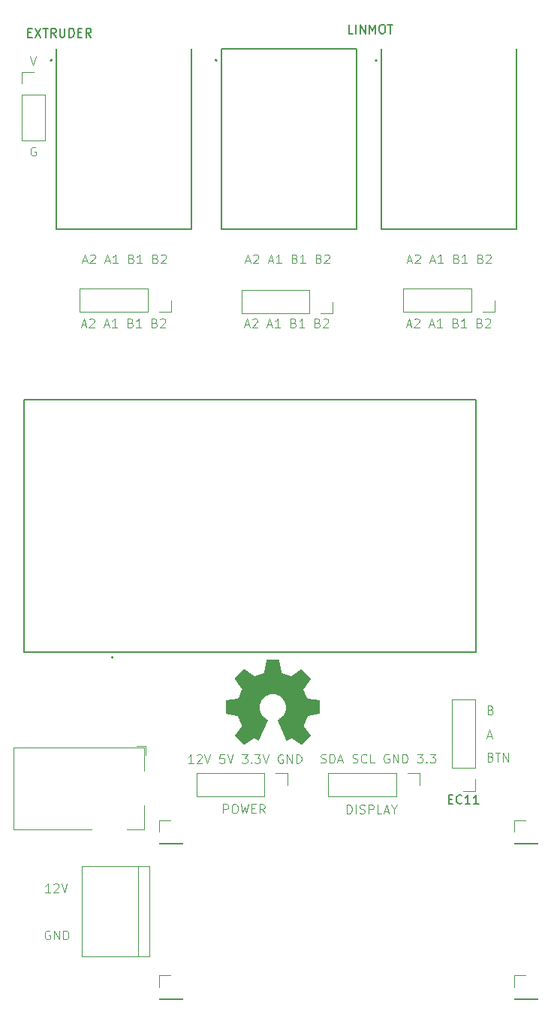
<source format=gto>
G04 #@! TF.GenerationSoftware,KiCad,Pcbnew,8.0.5-8.0.5-0~ubuntu22.04.1*
G04 #@! TF.CreationDate,2024-10-01T13:57:59+02:00*
G04 #@! TF.ProjectId,wire-cutter,77697265-2d63-4757-9474-65722e6b6963,rev?*
G04 #@! TF.SameCoordinates,Original*
G04 #@! TF.FileFunction,Legend,Top*
G04 #@! TF.FilePolarity,Positive*
%FSLAX46Y46*%
G04 Gerber Fmt 4.6, Leading zero omitted, Abs format (unit mm)*
G04 Created by KiCad (PCBNEW 8.0.5-8.0.5-0~ubuntu22.04.1) date 2024-10-01 13:57:59*
%MOMM*%
%LPD*%
G01*
G04 APERTURE LIST*
%ADD10C,0.000000*%
%ADD11C,0.100000*%
%ADD12C,0.150000*%
%ADD13C,0.120000*%
%ADD14C,0.127000*%
%ADD15C,0.200000*%
G04 APERTURE END LIST*
D10*
G36*
X91914624Y-101497253D02*
G01*
X91917646Y-101497477D01*
X91920653Y-101497847D01*
X91923640Y-101498358D01*
X91926604Y-101499007D01*
X91929539Y-101499789D01*
X91932441Y-101500703D01*
X91935305Y-101501742D01*
X91938128Y-101502905D01*
X91940905Y-101504187D01*
X91943630Y-101505584D01*
X91946301Y-101507093D01*
X91948911Y-101508710D01*
X91951458Y-101510432D01*
X91953935Y-101512254D01*
X91956340Y-101514173D01*
X91958667Y-101516186D01*
X91960911Y-101518288D01*
X91963069Y-101520475D01*
X91965136Y-101522745D01*
X91967108Y-101525094D01*
X91968979Y-101527517D01*
X91970746Y-101530011D01*
X91972403Y-101532572D01*
X91973948Y-101535197D01*
X91975374Y-101537882D01*
X91976678Y-101540623D01*
X91977855Y-101543416D01*
X91978900Y-101546259D01*
X91979810Y-101549146D01*
X91980580Y-101552075D01*
X91981204Y-101555041D01*
X92232427Y-102904655D01*
X92233061Y-102907645D01*
X92233832Y-102910646D01*
X92235763Y-102916657D01*
X92238187Y-102922650D01*
X92241070Y-102928585D01*
X92244377Y-102934422D01*
X92248074Y-102940123D01*
X92252129Y-102945649D01*
X92256507Y-102950960D01*
X92261174Y-102956017D01*
X92266096Y-102960780D01*
X92271241Y-102965212D01*
X92276573Y-102969272D01*
X92282059Y-102972921D01*
X92287665Y-102976121D01*
X92290502Y-102977539D01*
X92293357Y-102978831D01*
X92296225Y-102979991D01*
X92299102Y-102981013D01*
X93203659Y-103351297D01*
X93209278Y-103353771D01*
X93215238Y-103355838D01*
X93221485Y-103357500D01*
X93227968Y-103358762D01*
X93234634Y-103359628D01*
X93241429Y-103360100D01*
X93248303Y-103360183D01*
X93255202Y-103359880D01*
X93262075Y-103359195D01*
X93268867Y-103358131D01*
X93275528Y-103356691D01*
X93282005Y-103354881D01*
X93288245Y-103352702D01*
X93294196Y-103350159D01*
X93299805Y-103347256D01*
X93305020Y-103343995D01*
X94432542Y-102570248D01*
X94435082Y-102568593D01*
X94437697Y-102567068D01*
X94440381Y-102565670D01*
X94443129Y-102564400D01*
X94445935Y-102563258D01*
X94448794Y-102562242D01*
X94451699Y-102561353D01*
X94454644Y-102560589D01*
X94457625Y-102559950D01*
X94460635Y-102559435D01*
X94466719Y-102558778D01*
X94472852Y-102558614D01*
X94478986Y-102558937D01*
X94485078Y-102559743D01*
X94491079Y-102561029D01*
X94496945Y-102562791D01*
X94499813Y-102563849D01*
X94502629Y-102565024D01*
X94505389Y-102566315D01*
X94508086Y-102567723D01*
X94510715Y-102569247D01*
X94513270Y-102570886D01*
X94515745Y-102572639D01*
X94518134Y-102574507D01*
X94520432Y-102576488D01*
X94522633Y-102578582D01*
X95472196Y-103528145D01*
X95474290Y-103530346D01*
X95476270Y-103532645D01*
X95478135Y-103535035D01*
X95479886Y-103537512D01*
X95481522Y-103540068D01*
X95483041Y-103542699D01*
X95485732Y-103548161D01*
X95487955Y-103553851D01*
X95489707Y-103559724D01*
X95490984Y-103565733D01*
X95491782Y-103571831D01*
X95492099Y-103577973D01*
X95491930Y-103584113D01*
X95491272Y-103590204D01*
X95490122Y-103596200D01*
X95488477Y-103602056D01*
X95487467Y-103604916D01*
X95486332Y-103607724D01*
X95485071Y-103610474D01*
X95483684Y-103613159D01*
X95482170Y-103615775D01*
X95480530Y-103618315D01*
X94720276Y-104726390D01*
X94717006Y-104731628D01*
X94714104Y-104737246D01*
X94711573Y-104743194D01*
X94709416Y-104749420D01*
X94707638Y-104755874D01*
X94706240Y-104762504D01*
X94705226Y-104769259D01*
X94704599Y-104776089D01*
X94704363Y-104782942D01*
X94704522Y-104789767D01*
X94705077Y-104796513D01*
X94706033Y-104803129D01*
X94707392Y-104809565D01*
X94709159Y-104815769D01*
X94711335Y-104821689D01*
X94713926Y-104827276D01*
X95113897Y-105760408D01*
X95116181Y-105766138D01*
X95118990Y-105771815D01*
X95122283Y-105777406D01*
X95126020Y-105782877D01*
X95130163Y-105788194D01*
X95134671Y-105793324D01*
X95139505Y-105798231D01*
X95144626Y-105802884D01*
X95149992Y-105807247D01*
X95155566Y-105811286D01*
X95161306Y-105814969D01*
X95167175Y-105818261D01*
X95173131Y-105821129D01*
X95179135Y-105823538D01*
X95185148Y-105825454D01*
X95191129Y-105826845D01*
X96495974Y-106069494D01*
X96498934Y-106070133D01*
X96501856Y-106070915D01*
X96504736Y-106071837D01*
X96507573Y-106072893D01*
X96510361Y-106074079D01*
X96513096Y-106075391D01*
X96515776Y-106076825D01*
X96518396Y-106078376D01*
X96523443Y-106081811D01*
X96528206Y-106085661D01*
X96532656Y-106089892D01*
X96536763Y-106094468D01*
X96540497Y-106099353D01*
X96543828Y-106104513D01*
X96546726Y-106109912D01*
X96548004Y-106112690D01*
X96549162Y-106115515D01*
X96550197Y-106118383D01*
X96551105Y-106121287D01*
X96551882Y-106124226D01*
X96552526Y-106127193D01*
X96553031Y-106130185D01*
X96553394Y-106133197D01*
X96553612Y-106136225D01*
X96553680Y-106139264D01*
X96553521Y-107482210D01*
X96553445Y-107485243D01*
X96553220Y-107488266D01*
X96552849Y-107491275D01*
X96552337Y-107494265D01*
X96551687Y-107497232D01*
X96550902Y-107500171D01*
X96549987Y-107503077D01*
X96548945Y-107505947D01*
X96547780Y-107508775D01*
X96546495Y-107511557D01*
X96545096Y-107514288D01*
X96543584Y-107516965D01*
X96541965Y-107519581D01*
X96540241Y-107522133D01*
X96538416Y-107524617D01*
X96536495Y-107527027D01*
X96534481Y-107529359D01*
X96532378Y-107531609D01*
X96530189Y-107533772D01*
X96527918Y-107535843D01*
X96525570Y-107537818D01*
X96523147Y-107539693D01*
X96520653Y-107541462D01*
X96518093Y-107543121D01*
X96515470Y-107544667D01*
X96512787Y-107546093D01*
X96510049Y-107547396D01*
X96507259Y-107548571D01*
X96504422Y-107549614D01*
X96501539Y-107550519D01*
X96498617Y-107551283D01*
X96495657Y-107551901D01*
X95222879Y-107788756D01*
X95219882Y-107789370D01*
X95216880Y-107790123D01*
X95213875Y-107791011D01*
X95210874Y-107792029D01*
X95204900Y-107794437D01*
X95198995Y-107797314D01*
X95193198Y-107800624D01*
X95187546Y-107804333D01*
X95182077Y-107808406D01*
X95176831Y-107812807D01*
X95171843Y-107817502D01*
X95167153Y-107822457D01*
X95162799Y-107827635D01*
X95158819Y-107833003D01*
X95155250Y-107838525D01*
X95152130Y-107844167D01*
X95149498Y-107849893D01*
X95148377Y-107852777D01*
X95147392Y-107855669D01*
X94750042Y-108848253D01*
X94747584Y-108853899D01*
X94745534Y-108859878D01*
X94743890Y-108866139D01*
X94742646Y-108872630D01*
X94741799Y-108879299D01*
X94741345Y-108886094D01*
X94741279Y-108892964D01*
X94741598Y-108899857D01*
X94742297Y-108906721D01*
X94743373Y-108913504D01*
X94744821Y-108920156D01*
X94746637Y-108926623D01*
X94748817Y-108932854D01*
X94751358Y-108938798D01*
X94754254Y-108944402D01*
X94757502Y-108949615D01*
X95480529Y-110003160D01*
X95482183Y-110005700D01*
X95483709Y-110008317D01*
X95485106Y-110011003D01*
X95486376Y-110013754D01*
X95487518Y-110016564D01*
X95488534Y-110019427D01*
X95489424Y-110022336D01*
X95490188Y-110025287D01*
X95490827Y-110028273D01*
X95491341Y-110031289D01*
X95491998Y-110037387D01*
X95492163Y-110043534D01*
X95491840Y-110049684D01*
X95491033Y-110055789D01*
X95489747Y-110061805D01*
X95487986Y-110067684D01*
X95486928Y-110070558D01*
X95485753Y-110073381D01*
X95484461Y-110076146D01*
X95483053Y-110078848D01*
X95481530Y-110081481D01*
X95479891Y-110084039D01*
X95478138Y-110086517D01*
X95476270Y-110088909D01*
X95474289Y-110091208D01*
X95472195Y-110093409D01*
X94522473Y-111042972D01*
X94520286Y-111045052D01*
X94518000Y-111047020D01*
X94515621Y-111048875D01*
X94513155Y-111050616D01*
X94510608Y-111052245D01*
X94507985Y-111053758D01*
X94502536Y-111056441D01*
X94496855Y-111058661D01*
X94490989Y-111060413D01*
X94484983Y-111061694D01*
X94478886Y-111062499D01*
X94472743Y-111062823D01*
X94466601Y-111062664D01*
X94460507Y-111062017D01*
X94454507Y-111060876D01*
X94448648Y-111059239D01*
X94445786Y-111058233D01*
X94442976Y-111057102D01*
X94440226Y-111055844D01*
X94437539Y-111054459D01*
X94434923Y-111052947D01*
X94432383Y-111051307D01*
X93397412Y-110340980D01*
X93392209Y-110337741D01*
X93386637Y-110334902D01*
X93380746Y-110332462D01*
X93374586Y-110330423D01*
X93368209Y-110328786D01*
X93361665Y-110327552D01*
X93355005Y-110326722D01*
X93348279Y-110326296D01*
X93341538Y-110326275D01*
X93334833Y-110326662D01*
X93328214Y-110327455D01*
X93321733Y-110328657D01*
X93315439Y-110330269D01*
X93309384Y-110332290D01*
X93303619Y-110334723D01*
X93298193Y-110337567D01*
X92841787Y-110581248D01*
X92839058Y-110582546D01*
X92836306Y-110583687D01*
X92833536Y-110584672D01*
X92830753Y-110585505D01*
X92827962Y-110586185D01*
X92825167Y-110586716D01*
X92822373Y-110587099D01*
X92819585Y-110587335D01*
X92816808Y-110587427D01*
X92814046Y-110587376D01*
X92811304Y-110587183D01*
X92808586Y-110586852D01*
X92805899Y-110586382D01*
X92803246Y-110585777D01*
X92800631Y-110585037D01*
X92798061Y-110584165D01*
X92795539Y-110583163D01*
X92793071Y-110582031D01*
X92790661Y-110580772D01*
X92788313Y-110579388D01*
X92786034Y-110577880D01*
X92783826Y-110576250D01*
X92781696Y-110574500D01*
X92779647Y-110572631D01*
X92777686Y-110570646D01*
X92775815Y-110568546D01*
X92774041Y-110566332D01*
X92772367Y-110564007D01*
X92770800Y-110561572D01*
X92769342Y-110559029D01*
X92768000Y-110556380D01*
X92766778Y-110553626D01*
X91825787Y-108279691D01*
X91824698Y-108276862D01*
X91823754Y-108273991D01*
X91822953Y-108271081D01*
X91822292Y-108268140D01*
X91821770Y-108265172D01*
X91821384Y-108262182D01*
X91821134Y-108259177D01*
X91821017Y-108256161D01*
X91821031Y-108253140D01*
X91821175Y-108250120D01*
X91821446Y-108247104D01*
X91821843Y-108244101D01*
X91822365Y-108241113D01*
X91823009Y-108238148D01*
X91823773Y-108235209D01*
X91824655Y-108232304D01*
X91825655Y-108229437D01*
X91826769Y-108226613D01*
X91827996Y-108223838D01*
X91829335Y-108221118D01*
X91830783Y-108218457D01*
X91832339Y-108215861D01*
X91834000Y-108213337D01*
X91835765Y-108210888D01*
X91837633Y-108208520D01*
X91839600Y-108206239D01*
X91841666Y-108204051D01*
X91843829Y-108201960D01*
X91846087Y-108199972D01*
X91848437Y-108198092D01*
X91850878Y-108196327D01*
X91853409Y-108194680D01*
X91967630Y-108124751D01*
X91975851Y-108119516D01*
X91984628Y-108113540D01*
X91993796Y-108106953D01*
X92003190Y-108099887D01*
X92012642Y-108092471D01*
X92021989Y-108084835D01*
X92031064Y-108077111D01*
X92039702Y-108069427D01*
X92115314Y-108017672D01*
X92187475Y-107961479D01*
X92255989Y-107901043D01*
X92320658Y-107836560D01*
X92381285Y-107768227D01*
X92437673Y-107696238D01*
X92489626Y-107620790D01*
X92536947Y-107542079D01*
X92579438Y-107460300D01*
X92616903Y-107375649D01*
X92649144Y-107288322D01*
X92675965Y-107198515D01*
X92697169Y-107106423D01*
X92712558Y-107012242D01*
X92721936Y-106916168D01*
X92725106Y-106818398D01*
X92723173Y-106741969D01*
X92717438Y-106666543D01*
X92707993Y-106592215D01*
X92694933Y-106519076D01*
X92678349Y-106447221D01*
X92658336Y-106376743D01*
X92634988Y-106307735D01*
X92608396Y-106240290D01*
X92578655Y-106174501D01*
X92545857Y-106110463D01*
X92510097Y-106048268D01*
X92471468Y-105988009D01*
X92430062Y-105929781D01*
X92385973Y-105873675D01*
X92339295Y-105819786D01*
X92290121Y-105768207D01*
X92238543Y-105719031D01*
X92184657Y-105672351D01*
X92128554Y-105628261D01*
X92070328Y-105586854D01*
X92010072Y-105548224D01*
X91947880Y-105512463D01*
X91883846Y-105479665D01*
X91818061Y-105449923D01*
X91750621Y-105423331D01*
X91681617Y-105399982D01*
X91611144Y-105379969D01*
X91539294Y-105363385D01*
X91466162Y-105350324D01*
X91391840Y-105340880D01*
X91316421Y-105335144D01*
X91240000Y-105333212D01*
X91163578Y-105335144D01*
X91088158Y-105340880D01*
X91013835Y-105350324D01*
X90940701Y-105363385D01*
X90868850Y-105379969D01*
X90798374Y-105399982D01*
X90729368Y-105423331D01*
X90661925Y-105449923D01*
X90596138Y-105479665D01*
X90532100Y-105512463D01*
X90469905Y-105548224D01*
X90409646Y-105586854D01*
X90351416Y-105628261D01*
X90295310Y-105672351D01*
X90241419Y-105719031D01*
X90189838Y-105768207D01*
X90140660Y-105819786D01*
X90093979Y-105873675D01*
X90049886Y-105929781D01*
X90008477Y-105988009D01*
X89969844Y-106048268D01*
X89934081Y-106110463D01*
X89901280Y-106174501D01*
X89871536Y-106240290D01*
X89844942Y-106307735D01*
X89821590Y-106376743D01*
X89801575Y-106447221D01*
X89784990Y-106519076D01*
X89771928Y-106592215D01*
X89762482Y-106666543D01*
X89756747Y-106741969D01*
X89754814Y-106818398D01*
X89755611Y-106867483D01*
X89757985Y-106916168D01*
X89761911Y-106964430D01*
X89767365Y-107012242D01*
X89774322Y-107059581D01*
X89782758Y-107106423D01*
X89792647Y-107152742D01*
X89803966Y-107198515D01*
X89816689Y-107243716D01*
X89830791Y-107288322D01*
X89846249Y-107332308D01*
X89863037Y-107375649D01*
X89881132Y-107418321D01*
X89900507Y-107460300D01*
X89943002Y-107542079D01*
X89990326Y-107620791D01*
X90042281Y-107696239D01*
X90098670Y-107768227D01*
X90159295Y-107836560D01*
X90223960Y-107901043D01*
X90292467Y-107961479D01*
X90364618Y-108017672D01*
X90440217Y-108069427D01*
X90448904Y-108077111D01*
X90458011Y-108084835D01*
X90467376Y-108092471D01*
X90476839Y-108099887D01*
X90486239Y-108106953D01*
X90495414Y-108113539D01*
X90504204Y-108119515D01*
X90512449Y-108124751D01*
X90626669Y-108194680D01*
X90629214Y-108196327D01*
X90631669Y-108198092D01*
X90634030Y-108199972D01*
X90636298Y-108201960D01*
X90638470Y-108204051D01*
X90640544Y-108206239D01*
X90644391Y-108210888D01*
X90647826Y-108215861D01*
X90650834Y-108221118D01*
X90653401Y-108226613D01*
X90655512Y-108232304D01*
X90657154Y-108238148D01*
X90658312Y-108244101D01*
X90658971Y-108250120D01*
X90659118Y-108256161D01*
X90658737Y-108262182D01*
X90658345Y-108265172D01*
X90657816Y-108268140D01*
X90657148Y-108271081D01*
X90656339Y-108273991D01*
X90655388Y-108276862D01*
X90654292Y-108279691D01*
X89713223Y-110553547D01*
X89712000Y-110556301D01*
X89710657Y-110558951D01*
X89709199Y-110561495D01*
X89707629Y-110563931D01*
X89705954Y-110566258D01*
X89704178Y-110568474D01*
X89702306Y-110570576D01*
X89700341Y-110572564D01*
X89698291Y-110574435D01*
X89696158Y-110576187D01*
X89693948Y-110577820D01*
X89691666Y-110579330D01*
X89689316Y-110580717D01*
X89686903Y-110581978D01*
X89684433Y-110583112D01*
X89681909Y-110584116D01*
X89679337Y-110584990D01*
X89676721Y-110585731D01*
X89674067Y-110586338D01*
X89671378Y-110586808D01*
X89668661Y-110587140D01*
X89665919Y-110587332D01*
X89663157Y-110587383D01*
X89660381Y-110587290D01*
X89657594Y-110587052D01*
X89654803Y-110586667D01*
X89652011Y-110586133D01*
X89649223Y-110585449D01*
X89646445Y-110584612D01*
X89643681Y-110583621D01*
X89640935Y-110582474D01*
X89638213Y-110581170D01*
X89181807Y-110337488D01*
X89176394Y-110334645D01*
X89170638Y-110332215D01*
X89164590Y-110330197D01*
X89158301Y-110328590D01*
X89151821Y-110327393D01*
X89145202Y-110326604D01*
X89138495Y-110326222D01*
X89131751Y-110326247D01*
X89125021Y-110326676D01*
X89118356Y-110327508D01*
X89111807Y-110328743D01*
X89105425Y-110330378D01*
X89099261Y-110332413D01*
X89093366Y-110334846D01*
X89087791Y-110337676D01*
X89082588Y-110340902D01*
X88047697Y-111051228D01*
X88045149Y-111052868D01*
X88042527Y-111054380D01*
X88039835Y-111055765D01*
X88037080Y-111057023D01*
X88034267Y-111058155D01*
X88031401Y-111059161D01*
X88028490Y-111060042D01*
X88025537Y-111060798D01*
X88022550Y-111061430D01*
X88019535Y-111061938D01*
X88013439Y-111062585D01*
X88007296Y-111062745D01*
X88001153Y-111062420D01*
X87995056Y-111061615D01*
X87989050Y-111060334D01*
X87983182Y-111058582D01*
X87980314Y-111057531D01*
X87977498Y-111056363D01*
X87974740Y-111055079D01*
X87972045Y-111053680D01*
X87969419Y-111052166D01*
X87966867Y-111050538D01*
X87964397Y-111048796D01*
X87962013Y-111046941D01*
X87959721Y-111044973D01*
X87957527Y-111042894D01*
X87007805Y-110093330D01*
X87005718Y-110091129D01*
X87003743Y-110088830D01*
X87001882Y-110086438D01*
X87000135Y-110083960D01*
X86998501Y-110081402D01*
X86996982Y-110078769D01*
X86994291Y-110073302D01*
X86992065Y-110067606D01*
X86990308Y-110061726D01*
X86989025Y-110055711D01*
X86988219Y-110049605D01*
X86987895Y-110043455D01*
X86988057Y-110037308D01*
X86988710Y-110031211D01*
X86989856Y-110025208D01*
X86991502Y-110019348D01*
X86992512Y-110016485D01*
X86993650Y-110013675D01*
X86994913Y-110010924D01*
X86996304Y-110008238D01*
X86997823Y-110005621D01*
X86999471Y-110003081D01*
X87722418Y-108949536D01*
X87725693Y-108944323D01*
X87728612Y-108938719D01*
X87731169Y-108932775D01*
X87733363Y-108926544D01*
X87735189Y-108920077D01*
X87736643Y-108913426D01*
X87737722Y-108906642D01*
X87738422Y-108899778D01*
X87738740Y-108892886D01*
X87738672Y-108886016D01*
X87738214Y-108879220D01*
X87737364Y-108872552D01*
X87736117Y-108866061D01*
X87734469Y-108859800D01*
X87732417Y-108853821D01*
X87729958Y-108848175D01*
X87332607Y-107855591D01*
X87331629Y-107852698D01*
X87330512Y-107849814D01*
X87327886Y-107844088D01*
X87324765Y-107838446D01*
X87321191Y-107832924D01*
X87317201Y-107827556D01*
X87312835Y-107822378D01*
X87308131Y-107817423D01*
X87303129Y-107812728D01*
X87297868Y-107808327D01*
X87292386Y-107804254D01*
X87286722Y-107800545D01*
X87280915Y-107797235D01*
X87275005Y-107794358D01*
X87269030Y-107791950D01*
X87263030Y-107790045D01*
X87260032Y-107789292D01*
X87257042Y-107788677D01*
X85984264Y-107551823D01*
X85981298Y-107551205D01*
X85978369Y-107550441D01*
X85975482Y-107549535D01*
X85972639Y-107548493D01*
X85969846Y-107547317D01*
X85967105Y-107546014D01*
X85964420Y-107544588D01*
X85961795Y-107543043D01*
X85959233Y-107541383D01*
X85956739Y-107539614D01*
X85951968Y-107535764D01*
X85947510Y-107531530D01*
X85943396Y-107526948D01*
X85939655Y-107522054D01*
X85936316Y-107516886D01*
X85933410Y-107511478D01*
X85930965Y-107505868D01*
X85929925Y-107502998D01*
X85929012Y-107500092D01*
X85928229Y-107497153D01*
X85927581Y-107494186D01*
X85927070Y-107491196D01*
X85926700Y-107488187D01*
X85926475Y-107485164D01*
X85926400Y-107482131D01*
X85926320Y-106139185D01*
X85926396Y-106136153D01*
X85926620Y-106133132D01*
X85926988Y-106130126D01*
X85927498Y-106127140D01*
X85928145Y-106124178D01*
X85928926Y-106121245D01*
X85929837Y-106118345D01*
X85930875Y-106115482D01*
X85932035Y-106112661D01*
X85933314Y-106109886D01*
X85934709Y-106107162D01*
X85936216Y-106104494D01*
X85937830Y-106101884D01*
X85939550Y-106099339D01*
X85941370Y-106096862D01*
X85943287Y-106094458D01*
X85945298Y-106092131D01*
X85947398Y-106089885D01*
X85949585Y-106087726D01*
X85951854Y-106085657D01*
X85954202Y-106083683D01*
X85956625Y-106081808D01*
X85959120Y-106080037D01*
X85961682Y-106078374D01*
X85964309Y-106076824D01*
X85966996Y-106075391D01*
X85969740Y-106074079D01*
X85972537Y-106072892D01*
X85975384Y-106071837D01*
X85978277Y-106070915D01*
X85981211Y-106070133D01*
X85984185Y-106069494D01*
X87288951Y-105826845D01*
X87291950Y-105826217D01*
X87294960Y-105825454D01*
X87300995Y-105823538D01*
X87307016Y-105821129D01*
X87312984Y-105818261D01*
X87318861Y-105814969D01*
X87324606Y-105811286D01*
X87330180Y-105807247D01*
X87335544Y-105802884D01*
X87340659Y-105798231D01*
X87345486Y-105793324D01*
X87349984Y-105788194D01*
X87354115Y-105782877D01*
X87357840Y-105777406D01*
X87361119Y-105771815D01*
X87363913Y-105766138D01*
X87365116Y-105763277D01*
X87366183Y-105760408D01*
X87766233Y-104827276D01*
X87768809Y-104821689D01*
X87770974Y-104815769D01*
X87772731Y-104809565D01*
X87774082Y-104803129D01*
X87775033Y-104796513D01*
X87775585Y-104789767D01*
X87775743Y-104782942D01*
X87775510Y-104776089D01*
X87774889Y-104769259D01*
X87773883Y-104762504D01*
X87772496Y-104755874D01*
X87770731Y-104749420D01*
X87768592Y-104743194D01*
X87766082Y-104737246D01*
X87763204Y-104731628D01*
X87759962Y-104726390D01*
X86999629Y-103618315D01*
X86997975Y-103615775D01*
X86996450Y-103613159D01*
X86995054Y-103610474D01*
X86993785Y-103607724D01*
X86992644Y-103604916D01*
X86991631Y-103602056D01*
X86990743Y-103599149D01*
X86989981Y-103596200D01*
X86989345Y-103593217D01*
X86988833Y-103590204D01*
X86988181Y-103584113D01*
X86988021Y-103577973D01*
X86988348Y-103571831D01*
X86989158Y-103565733D01*
X86990446Y-103559724D01*
X86992208Y-103553851D01*
X86993265Y-103550981D01*
X86994439Y-103548161D01*
X86995729Y-103545399D01*
X86997134Y-103542699D01*
X86998655Y-103540068D01*
X87000290Y-103537512D01*
X87002039Y-103535035D01*
X87003901Y-103532645D01*
X87005876Y-103530346D01*
X87007963Y-103528145D01*
X87957607Y-102578582D01*
X87959801Y-102576488D01*
X87962093Y-102574507D01*
X87964477Y-102572639D01*
X87966947Y-102570886D01*
X87969498Y-102569247D01*
X87972124Y-102567723D01*
X87977578Y-102565024D01*
X87983262Y-102562791D01*
X87989130Y-102561030D01*
X87995136Y-102559743D01*
X88001233Y-102558937D01*
X88007376Y-102558614D01*
X88013519Y-102558779D01*
X88019614Y-102559436D01*
X88025617Y-102560589D01*
X88031481Y-102562242D01*
X88034347Y-102563258D01*
X88037160Y-102564401D01*
X88039915Y-102565670D01*
X88042607Y-102567068D01*
X88045230Y-102568593D01*
X88047777Y-102570248D01*
X89175219Y-103343995D01*
X89180420Y-103347256D01*
X89186017Y-103350159D01*
X89191958Y-103352702D01*
X89198189Y-103354881D01*
X89204659Y-103356691D01*
X89211316Y-103358131D01*
X89218106Y-103359195D01*
X89224977Y-103359880D01*
X89231877Y-103360183D01*
X89238754Y-103360100D01*
X89245554Y-103359628D01*
X89252226Y-103358763D01*
X89258717Y-103357501D01*
X89264975Y-103355838D01*
X89270947Y-103353772D01*
X89276581Y-103351298D01*
X90181218Y-102981013D01*
X90186976Y-102978831D01*
X90192677Y-102976121D01*
X90198290Y-102972921D01*
X90203780Y-102969272D01*
X90209113Y-102965212D01*
X90214257Y-102960780D01*
X90219178Y-102956017D01*
X90223842Y-102950960D01*
X90228215Y-102945649D01*
X90232265Y-102940123D01*
X90235958Y-102934422D01*
X90239260Y-102928585D01*
X90242138Y-102922650D01*
X90244559Y-102916657D01*
X90246488Y-102910646D01*
X90247892Y-102904655D01*
X90499035Y-101555041D01*
X90499660Y-101552075D01*
X90500429Y-101549146D01*
X90501339Y-101546259D01*
X90502384Y-101543416D01*
X90503561Y-101540623D01*
X90504865Y-101537882D01*
X90506291Y-101535197D01*
X90507834Y-101532572D01*
X90509492Y-101530011D01*
X90511258Y-101527517D01*
X90515099Y-101522745D01*
X90519321Y-101518288D01*
X90523889Y-101514173D01*
X90528767Y-101510432D01*
X90533919Y-101507093D01*
X90539309Y-101504187D01*
X90542081Y-101502905D01*
X90544900Y-101501742D01*
X90547760Y-101500703D01*
X90550658Y-101499789D01*
X90553587Y-101499007D01*
X90556545Y-101498358D01*
X90559527Y-101497847D01*
X90562527Y-101497477D01*
X90565542Y-101497253D01*
X90568567Y-101497177D01*
X91911592Y-101497177D01*
X91914624Y-101497253D01*
G37*
D11*
X66097693Y-132030038D02*
X66002455Y-131982419D01*
X66002455Y-131982419D02*
X65859598Y-131982419D01*
X65859598Y-131982419D02*
X65716741Y-132030038D01*
X65716741Y-132030038D02*
X65621503Y-132125276D01*
X65621503Y-132125276D02*
X65573884Y-132220514D01*
X65573884Y-132220514D02*
X65526265Y-132410990D01*
X65526265Y-132410990D02*
X65526265Y-132553847D01*
X65526265Y-132553847D02*
X65573884Y-132744323D01*
X65573884Y-132744323D02*
X65621503Y-132839561D01*
X65621503Y-132839561D02*
X65716741Y-132934800D01*
X65716741Y-132934800D02*
X65859598Y-132982419D01*
X65859598Y-132982419D02*
X65954836Y-132982419D01*
X65954836Y-132982419D02*
X66097693Y-132934800D01*
X66097693Y-132934800D02*
X66145312Y-132887180D01*
X66145312Y-132887180D02*
X66145312Y-132553847D01*
X66145312Y-132553847D02*
X65954836Y-132553847D01*
X66573884Y-132982419D02*
X66573884Y-131982419D01*
X66573884Y-131982419D02*
X67145312Y-132982419D01*
X67145312Y-132982419D02*
X67145312Y-131982419D01*
X67621503Y-132982419D02*
X67621503Y-131982419D01*
X67621503Y-131982419D02*
X67859598Y-131982419D01*
X67859598Y-131982419D02*
X68002455Y-132030038D01*
X68002455Y-132030038D02*
X68097693Y-132125276D01*
X68097693Y-132125276D02*
X68145312Y-132220514D01*
X68145312Y-132220514D02*
X68192931Y-132410990D01*
X68192931Y-132410990D02*
X68192931Y-132553847D01*
X68192931Y-132553847D02*
X68145312Y-132744323D01*
X68145312Y-132744323D02*
X68097693Y-132839561D01*
X68097693Y-132839561D02*
X68002455Y-132934800D01*
X68002455Y-132934800D02*
X67859598Y-132982419D01*
X67859598Y-132982419D02*
X67621503Y-132982419D01*
X63881027Y-33452419D02*
X64214360Y-34452419D01*
X64214360Y-34452419D02*
X64547693Y-33452419D01*
X82277693Y-113142419D02*
X81706265Y-113142419D01*
X81991979Y-113142419D02*
X81991979Y-112142419D01*
X81991979Y-112142419D02*
X81896741Y-112285276D01*
X81896741Y-112285276D02*
X81801503Y-112380514D01*
X81801503Y-112380514D02*
X81706265Y-112428133D01*
X82658646Y-112237657D02*
X82706265Y-112190038D01*
X82706265Y-112190038D02*
X82801503Y-112142419D01*
X82801503Y-112142419D02*
X83039598Y-112142419D01*
X83039598Y-112142419D02*
X83134836Y-112190038D01*
X83134836Y-112190038D02*
X83182455Y-112237657D01*
X83182455Y-112237657D02*
X83230074Y-112332895D01*
X83230074Y-112332895D02*
X83230074Y-112428133D01*
X83230074Y-112428133D02*
X83182455Y-112570990D01*
X83182455Y-112570990D02*
X82611027Y-113142419D01*
X82611027Y-113142419D02*
X83230074Y-113142419D01*
X83515789Y-112142419D02*
X83849122Y-113142419D01*
X83849122Y-113142419D02*
X84182455Y-112142419D01*
X85753884Y-112142419D02*
X85277694Y-112142419D01*
X85277694Y-112142419D02*
X85230075Y-112618609D01*
X85230075Y-112618609D02*
X85277694Y-112570990D01*
X85277694Y-112570990D02*
X85372932Y-112523371D01*
X85372932Y-112523371D02*
X85611027Y-112523371D01*
X85611027Y-112523371D02*
X85706265Y-112570990D01*
X85706265Y-112570990D02*
X85753884Y-112618609D01*
X85753884Y-112618609D02*
X85801503Y-112713847D01*
X85801503Y-112713847D02*
X85801503Y-112951942D01*
X85801503Y-112951942D02*
X85753884Y-113047180D01*
X85753884Y-113047180D02*
X85706265Y-113094800D01*
X85706265Y-113094800D02*
X85611027Y-113142419D01*
X85611027Y-113142419D02*
X85372932Y-113142419D01*
X85372932Y-113142419D02*
X85277694Y-113094800D01*
X85277694Y-113094800D02*
X85230075Y-113047180D01*
X86087218Y-112142419D02*
X86420551Y-113142419D01*
X86420551Y-113142419D02*
X86753884Y-112142419D01*
X87753885Y-112142419D02*
X88372932Y-112142419D01*
X88372932Y-112142419D02*
X88039599Y-112523371D01*
X88039599Y-112523371D02*
X88182456Y-112523371D01*
X88182456Y-112523371D02*
X88277694Y-112570990D01*
X88277694Y-112570990D02*
X88325313Y-112618609D01*
X88325313Y-112618609D02*
X88372932Y-112713847D01*
X88372932Y-112713847D02*
X88372932Y-112951942D01*
X88372932Y-112951942D02*
X88325313Y-113047180D01*
X88325313Y-113047180D02*
X88277694Y-113094800D01*
X88277694Y-113094800D02*
X88182456Y-113142419D01*
X88182456Y-113142419D02*
X87896742Y-113142419D01*
X87896742Y-113142419D02*
X87801504Y-113094800D01*
X87801504Y-113094800D02*
X87753885Y-113047180D01*
X88801504Y-113047180D02*
X88849123Y-113094800D01*
X88849123Y-113094800D02*
X88801504Y-113142419D01*
X88801504Y-113142419D02*
X88753885Y-113094800D01*
X88753885Y-113094800D02*
X88801504Y-113047180D01*
X88801504Y-113047180D02*
X88801504Y-113142419D01*
X89182456Y-112142419D02*
X89801503Y-112142419D01*
X89801503Y-112142419D02*
X89468170Y-112523371D01*
X89468170Y-112523371D02*
X89611027Y-112523371D01*
X89611027Y-112523371D02*
X89706265Y-112570990D01*
X89706265Y-112570990D02*
X89753884Y-112618609D01*
X89753884Y-112618609D02*
X89801503Y-112713847D01*
X89801503Y-112713847D02*
X89801503Y-112951942D01*
X89801503Y-112951942D02*
X89753884Y-113047180D01*
X89753884Y-113047180D02*
X89706265Y-113094800D01*
X89706265Y-113094800D02*
X89611027Y-113142419D01*
X89611027Y-113142419D02*
X89325313Y-113142419D01*
X89325313Y-113142419D02*
X89230075Y-113094800D01*
X89230075Y-113094800D02*
X89182456Y-113047180D01*
X90087218Y-112142419D02*
X90420551Y-113142419D01*
X90420551Y-113142419D02*
X90753884Y-112142419D01*
X92372932Y-112190038D02*
X92277694Y-112142419D01*
X92277694Y-112142419D02*
X92134837Y-112142419D01*
X92134837Y-112142419D02*
X91991980Y-112190038D01*
X91991980Y-112190038D02*
X91896742Y-112285276D01*
X91896742Y-112285276D02*
X91849123Y-112380514D01*
X91849123Y-112380514D02*
X91801504Y-112570990D01*
X91801504Y-112570990D02*
X91801504Y-112713847D01*
X91801504Y-112713847D02*
X91849123Y-112904323D01*
X91849123Y-112904323D02*
X91896742Y-112999561D01*
X91896742Y-112999561D02*
X91991980Y-113094800D01*
X91991980Y-113094800D02*
X92134837Y-113142419D01*
X92134837Y-113142419D02*
X92230075Y-113142419D01*
X92230075Y-113142419D02*
X92372932Y-113094800D01*
X92372932Y-113094800D02*
X92420551Y-113047180D01*
X92420551Y-113047180D02*
X92420551Y-112713847D01*
X92420551Y-112713847D02*
X92230075Y-112713847D01*
X92849123Y-113142419D02*
X92849123Y-112142419D01*
X92849123Y-112142419D02*
X93420551Y-113142419D01*
X93420551Y-113142419D02*
X93420551Y-112142419D01*
X93896742Y-113142419D02*
X93896742Y-112142419D01*
X93896742Y-112142419D02*
X94134837Y-112142419D01*
X94134837Y-112142419D02*
X94277694Y-112190038D01*
X94277694Y-112190038D02*
X94372932Y-112285276D01*
X94372932Y-112285276D02*
X94420551Y-112380514D01*
X94420551Y-112380514D02*
X94468170Y-112570990D01*
X94468170Y-112570990D02*
X94468170Y-112713847D01*
X94468170Y-112713847D02*
X94420551Y-112904323D01*
X94420551Y-112904323D02*
X94372932Y-112999561D01*
X94372932Y-112999561D02*
X94277694Y-113094800D01*
X94277694Y-113094800D02*
X94134837Y-113142419D01*
X94134837Y-113142419D02*
X93896742Y-113142419D01*
X96656265Y-113034800D02*
X96799122Y-113082419D01*
X96799122Y-113082419D02*
X97037217Y-113082419D01*
X97037217Y-113082419D02*
X97132455Y-113034800D01*
X97132455Y-113034800D02*
X97180074Y-112987180D01*
X97180074Y-112987180D02*
X97227693Y-112891942D01*
X97227693Y-112891942D02*
X97227693Y-112796704D01*
X97227693Y-112796704D02*
X97180074Y-112701466D01*
X97180074Y-112701466D02*
X97132455Y-112653847D01*
X97132455Y-112653847D02*
X97037217Y-112606228D01*
X97037217Y-112606228D02*
X96846741Y-112558609D01*
X96846741Y-112558609D02*
X96751503Y-112510990D01*
X96751503Y-112510990D02*
X96703884Y-112463371D01*
X96703884Y-112463371D02*
X96656265Y-112368133D01*
X96656265Y-112368133D02*
X96656265Y-112272895D01*
X96656265Y-112272895D02*
X96703884Y-112177657D01*
X96703884Y-112177657D02*
X96751503Y-112130038D01*
X96751503Y-112130038D02*
X96846741Y-112082419D01*
X96846741Y-112082419D02*
X97084836Y-112082419D01*
X97084836Y-112082419D02*
X97227693Y-112130038D01*
X97656265Y-113082419D02*
X97656265Y-112082419D01*
X97656265Y-112082419D02*
X97894360Y-112082419D01*
X97894360Y-112082419D02*
X98037217Y-112130038D01*
X98037217Y-112130038D02*
X98132455Y-112225276D01*
X98132455Y-112225276D02*
X98180074Y-112320514D01*
X98180074Y-112320514D02*
X98227693Y-112510990D01*
X98227693Y-112510990D02*
X98227693Y-112653847D01*
X98227693Y-112653847D02*
X98180074Y-112844323D01*
X98180074Y-112844323D02*
X98132455Y-112939561D01*
X98132455Y-112939561D02*
X98037217Y-113034800D01*
X98037217Y-113034800D02*
X97894360Y-113082419D01*
X97894360Y-113082419D02*
X97656265Y-113082419D01*
X98608646Y-112796704D02*
X99084836Y-112796704D01*
X98513408Y-113082419D02*
X98846741Y-112082419D01*
X98846741Y-112082419D02*
X99180074Y-113082419D01*
X100227694Y-113034800D02*
X100370551Y-113082419D01*
X100370551Y-113082419D02*
X100608646Y-113082419D01*
X100608646Y-113082419D02*
X100703884Y-113034800D01*
X100703884Y-113034800D02*
X100751503Y-112987180D01*
X100751503Y-112987180D02*
X100799122Y-112891942D01*
X100799122Y-112891942D02*
X100799122Y-112796704D01*
X100799122Y-112796704D02*
X100751503Y-112701466D01*
X100751503Y-112701466D02*
X100703884Y-112653847D01*
X100703884Y-112653847D02*
X100608646Y-112606228D01*
X100608646Y-112606228D02*
X100418170Y-112558609D01*
X100418170Y-112558609D02*
X100322932Y-112510990D01*
X100322932Y-112510990D02*
X100275313Y-112463371D01*
X100275313Y-112463371D02*
X100227694Y-112368133D01*
X100227694Y-112368133D02*
X100227694Y-112272895D01*
X100227694Y-112272895D02*
X100275313Y-112177657D01*
X100275313Y-112177657D02*
X100322932Y-112130038D01*
X100322932Y-112130038D02*
X100418170Y-112082419D01*
X100418170Y-112082419D02*
X100656265Y-112082419D01*
X100656265Y-112082419D02*
X100799122Y-112130038D01*
X101799122Y-112987180D02*
X101751503Y-113034800D01*
X101751503Y-113034800D02*
X101608646Y-113082419D01*
X101608646Y-113082419D02*
X101513408Y-113082419D01*
X101513408Y-113082419D02*
X101370551Y-113034800D01*
X101370551Y-113034800D02*
X101275313Y-112939561D01*
X101275313Y-112939561D02*
X101227694Y-112844323D01*
X101227694Y-112844323D02*
X101180075Y-112653847D01*
X101180075Y-112653847D02*
X101180075Y-112510990D01*
X101180075Y-112510990D02*
X101227694Y-112320514D01*
X101227694Y-112320514D02*
X101275313Y-112225276D01*
X101275313Y-112225276D02*
X101370551Y-112130038D01*
X101370551Y-112130038D02*
X101513408Y-112082419D01*
X101513408Y-112082419D02*
X101608646Y-112082419D01*
X101608646Y-112082419D02*
X101751503Y-112130038D01*
X101751503Y-112130038D02*
X101799122Y-112177657D01*
X102703884Y-113082419D02*
X102227694Y-113082419D01*
X102227694Y-113082419D02*
X102227694Y-112082419D01*
X104322932Y-112130038D02*
X104227694Y-112082419D01*
X104227694Y-112082419D02*
X104084837Y-112082419D01*
X104084837Y-112082419D02*
X103941980Y-112130038D01*
X103941980Y-112130038D02*
X103846742Y-112225276D01*
X103846742Y-112225276D02*
X103799123Y-112320514D01*
X103799123Y-112320514D02*
X103751504Y-112510990D01*
X103751504Y-112510990D02*
X103751504Y-112653847D01*
X103751504Y-112653847D02*
X103799123Y-112844323D01*
X103799123Y-112844323D02*
X103846742Y-112939561D01*
X103846742Y-112939561D02*
X103941980Y-113034800D01*
X103941980Y-113034800D02*
X104084837Y-113082419D01*
X104084837Y-113082419D02*
X104180075Y-113082419D01*
X104180075Y-113082419D02*
X104322932Y-113034800D01*
X104322932Y-113034800D02*
X104370551Y-112987180D01*
X104370551Y-112987180D02*
X104370551Y-112653847D01*
X104370551Y-112653847D02*
X104180075Y-112653847D01*
X104799123Y-113082419D02*
X104799123Y-112082419D01*
X104799123Y-112082419D02*
X105370551Y-113082419D01*
X105370551Y-113082419D02*
X105370551Y-112082419D01*
X105846742Y-113082419D02*
X105846742Y-112082419D01*
X105846742Y-112082419D02*
X106084837Y-112082419D01*
X106084837Y-112082419D02*
X106227694Y-112130038D01*
X106227694Y-112130038D02*
X106322932Y-112225276D01*
X106322932Y-112225276D02*
X106370551Y-112320514D01*
X106370551Y-112320514D02*
X106418170Y-112510990D01*
X106418170Y-112510990D02*
X106418170Y-112653847D01*
X106418170Y-112653847D02*
X106370551Y-112844323D01*
X106370551Y-112844323D02*
X106322932Y-112939561D01*
X106322932Y-112939561D02*
X106227694Y-113034800D01*
X106227694Y-113034800D02*
X106084837Y-113082419D01*
X106084837Y-113082419D02*
X105846742Y-113082419D01*
X107513409Y-112082419D02*
X108132456Y-112082419D01*
X108132456Y-112082419D02*
X107799123Y-112463371D01*
X107799123Y-112463371D02*
X107941980Y-112463371D01*
X107941980Y-112463371D02*
X108037218Y-112510990D01*
X108037218Y-112510990D02*
X108084837Y-112558609D01*
X108084837Y-112558609D02*
X108132456Y-112653847D01*
X108132456Y-112653847D02*
X108132456Y-112891942D01*
X108132456Y-112891942D02*
X108084837Y-112987180D01*
X108084837Y-112987180D02*
X108037218Y-113034800D01*
X108037218Y-113034800D02*
X107941980Y-113082419D01*
X107941980Y-113082419D02*
X107656266Y-113082419D01*
X107656266Y-113082419D02*
X107561028Y-113034800D01*
X107561028Y-113034800D02*
X107513409Y-112987180D01*
X108561028Y-112987180D02*
X108608647Y-113034800D01*
X108608647Y-113034800D02*
X108561028Y-113082419D01*
X108561028Y-113082419D02*
X108513409Y-113034800D01*
X108513409Y-113034800D02*
X108561028Y-112987180D01*
X108561028Y-112987180D02*
X108561028Y-113082419D01*
X108941980Y-112082419D02*
X109561027Y-112082419D01*
X109561027Y-112082419D02*
X109227694Y-112463371D01*
X109227694Y-112463371D02*
X109370551Y-112463371D01*
X109370551Y-112463371D02*
X109465789Y-112510990D01*
X109465789Y-112510990D02*
X109513408Y-112558609D01*
X109513408Y-112558609D02*
X109561027Y-112653847D01*
X109561027Y-112653847D02*
X109561027Y-112891942D01*
X109561027Y-112891942D02*
X109513408Y-112987180D01*
X109513408Y-112987180D02*
X109465789Y-113034800D01*
X109465789Y-113034800D02*
X109370551Y-113082419D01*
X109370551Y-113082419D02*
X109084837Y-113082419D01*
X109084837Y-113082419D02*
X108989599Y-113034800D01*
X108989599Y-113034800D02*
X108941980Y-112987180D01*
X69776265Y-56496704D02*
X70252455Y-56496704D01*
X69681027Y-56782419D02*
X70014360Y-55782419D01*
X70014360Y-55782419D02*
X70347693Y-56782419D01*
X70633408Y-55877657D02*
X70681027Y-55830038D01*
X70681027Y-55830038D02*
X70776265Y-55782419D01*
X70776265Y-55782419D02*
X71014360Y-55782419D01*
X71014360Y-55782419D02*
X71109598Y-55830038D01*
X71109598Y-55830038D02*
X71157217Y-55877657D01*
X71157217Y-55877657D02*
X71204836Y-55972895D01*
X71204836Y-55972895D02*
X71204836Y-56068133D01*
X71204836Y-56068133D02*
X71157217Y-56210990D01*
X71157217Y-56210990D02*
X70585789Y-56782419D01*
X70585789Y-56782419D02*
X71204836Y-56782419D01*
X72347694Y-56496704D02*
X72823884Y-56496704D01*
X72252456Y-56782419D02*
X72585789Y-55782419D01*
X72585789Y-55782419D02*
X72919122Y-56782419D01*
X73776265Y-56782419D02*
X73204837Y-56782419D01*
X73490551Y-56782419D02*
X73490551Y-55782419D01*
X73490551Y-55782419D02*
X73395313Y-55925276D01*
X73395313Y-55925276D02*
X73300075Y-56020514D01*
X73300075Y-56020514D02*
X73204837Y-56068133D01*
X75300075Y-56258609D02*
X75442932Y-56306228D01*
X75442932Y-56306228D02*
X75490551Y-56353847D01*
X75490551Y-56353847D02*
X75538170Y-56449085D01*
X75538170Y-56449085D02*
X75538170Y-56591942D01*
X75538170Y-56591942D02*
X75490551Y-56687180D01*
X75490551Y-56687180D02*
X75442932Y-56734800D01*
X75442932Y-56734800D02*
X75347694Y-56782419D01*
X75347694Y-56782419D02*
X74966742Y-56782419D01*
X74966742Y-56782419D02*
X74966742Y-55782419D01*
X74966742Y-55782419D02*
X75300075Y-55782419D01*
X75300075Y-55782419D02*
X75395313Y-55830038D01*
X75395313Y-55830038D02*
X75442932Y-55877657D01*
X75442932Y-55877657D02*
X75490551Y-55972895D01*
X75490551Y-55972895D02*
X75490551Y-56068133D01*
X75490551Y-56068133D02*
X75442932Y-56163371D01*
X75442932Y-56163371D02*
X75395313Y-56210990D01*
X75395313Y-56210990D02*
X75300075Y-56258609D01*
X75300075Y-56258609D02*
X74966742Y-56258609D01*
X76490551Y-56782419D02*
X75919123Y-56782419D01*
X76204837Y-56782419D02*
X76204837Y-55782419D01*
X76204837Y-55782419D02*
X76109599Y-55925276D01*
X76109599Y-55925276D02*
X76014361Y-56020514D01*
X76014361Y-56020514D02*
X75919123Y-56068133D01*
X78014361Y-56258609D02*
X78157218Y-56306228D01*
X78157218Y-56306228D02*
X78204837Y-56353847D01*
X78204837Y-56353847D02*
X78252456Y-56449085D01*
X78252456Y-56449085D02*
X78252456Y-56591942D01*
X78252456Y-56591942D02*
X78204837Y-56687180D01*
X78204837Y-56687180D02*
X78157218Y-56734800D01*
X78157218Y-56734800D02*
X78061980Y-56782419D01*
X78061980Y-56782419D02*
X77681028Y-56782419D01*
X77681028Y-56782419D02*
X77681028Y-55782419D01*
X77681028Y-55782419D02*
X78014361Y-55782419D01*
X78014361Y-55782419D02*
X78109599Y-55830038D01*
X78109599Y-55830038D02*
X78157218Y-55877657D01*
X78157218Y-55877657D02*
X78204837Y-55972895D01*
X78204837Y-55972895D02*
X78204837Y-56068133D01*
X78204837Y-56068133D02*
X78157218Y-56163371D01*
X78157218Y-56163371D02*
X78109599Y-56210990D01*
X78109599Y-56210990D02*
X78014361Y-56258609D01*
X78014361Y-56258609D02*
X77681028Y-56258609D01*
X78633409Y-55877657D02*
X78681028Y-55830038D01*
X78681028Y-55830038D02*
X78776266Y-55782419D01*
X78776266Y-55782419D02*
X79014361Y-55782419D01*
X79014361Y-55782419D02*
X79109599Y-55830038D01*
X79109599Y-55830038D02*
X79157218Y-55877657D01*
X79157218Y-55877657D02*
X79204837Y-55972895D01*
X79204837Y-55972895D02*
X79204837Y-56068133D01*
X79204837Y-56068133D02*
X79157218Y-56210990D01*
X79157218Y-56210990D02*
X78585790Y-56782419D01*
X78585790Y-56782419D02*
X79204837Y-56782419D01*
X115416265Y-110086704D02*
X115892455Y-110086704D01*
X115321027Y-110372419D02*
X115654360Y-109372419D01*
X115654360Y-109372419D02*
X115987693Y-110372419D01*
X115797217Y-107118609D02*
X115940074Y-107166228D01*
X115940074Y-107166228D02*
X115987693Y-107213847D01*
X115987693Y-107213847D02*
X116035312Y-107309085D01*
X116035312Y-107309085D02*
X116035312Y-107451942D01*
X116035312Y-107451942D02*
X115987693Y-107547180D01*
X115987693Y-107547180D02*
X115940074Y-107594800D01*
X115940074Y-107594800D02*
X115844836Y-107642419D01*
X115844836Y-107642419D02*
X115463884Y-107642419D01*
X115463884Y-107642419D02*
X115463884Y-106642419D01*
X115463884Y-106642419D02*
X115797217Y-106642419D01*
X115797217Y-106642419D02*
X115892455Y-106690038D01*
X115892455Y-106690038D02*
X115940074Y-106737657D01*
X115940074Y-106737657D02*
X115987693Y-106832895D01*
X115987693Y-106832895D02*
X115987693Y-106928133D01*
X115987693Y-106928133D02*
X115940074Y-107023371D01*
X115940074Y-107023371D02*
X115892455Y-107070990D01*
X115892455Y-107070990D02*
X115797217Y-107118609D01*
X115797217Y-107118609D02*
X115463884Y-107118609D01*
X69676265Y-63726704D02*
X70152455Y-63726704D01*
X69581027Y-64012419D02*
X69914360Y-63012419D01*
X69914360Y-63012419D02*
X70247693Y-64012419D01*
X70533408Y-63107657D02*
X70581027Y-63060038D01*
X70581027Y-63060038D02*
X70676265Y-63012419D01*
X70676265Y-63012419D02*
X70914360Y-63012419D01*
X70914360Y-63012419D02*
X71009598Y-63060038D01*
X71009598Y-63060038D02*
X71057217Y-63107657D01*
X71057217Y-63107657D02*
X71104836Y-63202895D01*
X71104836Y-63202895D02*
X71104836Y-63298133D01*
X71104836Y-63298133D02*
X71057217Y-63440990D01*
X71057217Y-63440990D02*
X70485789Y-64012419D01*
X70485789Y-64012419D02*
X71104836Y-64012419D01*
X72247694Y-63726704D02*
X72723884Y-63726704D01*
X72152456Y-64012419D02*
X72485789Y-63012419D01*
X72485789Y-63012419D02*
X72819122Y-64012419D01*
X73676265Y-64012419D02*
X73104837Y-64012419D01*
X73390551Y-64012419D02*
X73390551Y-63012419D01*
X73390551Y-63012419D02*
X73295313Y-63155276D01*
X73295313Y-63155276D02*
X73200075Y-63250514D01*
X73200075Y-63250514D02*
X73104837Y-63298133D01*
X75200075Y-63488609D02*
X75342932Y-63536228D01*
X75342932Y-63536228D02*
X75390551Y-63583847D01*
X75390551Y-63583847D02*
X75438170Y-63679085D01*
X75438170Y-63679085D02*
X75438170Y-63821942D01*
X75438170Y-63821942D02*
X75390551Y-63917180D01*
X75390551Y-63917180D02*
X75342932Y-63964800D01*
X75342932Y-63964800D02*
X75247694Y-64012419D01*
X75247694Y-64012419D02*
X74866742Y-64012419D01*
X74866742Y-64012419D02*
X74866742Y-63012419D01*
X74866742Y-63012419D02*
X75200075Y-63012419D01*
X75200075Y-63012419D02*
X75295313Y-63060038D01*
X75295313Y-63060038D02*
X75342932Y-63107657D01*
X75342932Y-63107657D02*
X75390551Y-63202895D01*
X75390551Y-63202895D02*
X75390551Y-63298133D01*
X75390551Y-63298133D02*
X75342932Y-63393371D01*
X75342932Y-63393371D02*
X75295313Y-63440990D01*
X75295313Y-63440990D02*
X75200075Y-63488609D01*
X75200075Y-63488609D02*
X74866742Y-63488609D01*
X76390551Y-64012419D02*
X75819123Y-64012419D01*
X76104837Y-64012419D02*
X76104837Y-63012419D01*
X76104837Y-63012419D02*
X76009599Y-63155276D01*
X76009599Y-63155276D02*
X75914361Y-63250514D01*
X75914361Y-63250514D02*
X75819123Y-63298133D01*
X77914361Y-63488609D02*
X78057218Y-63536228D01*
X78057218Y-63536228D02*
X78104837Y-63583847D01*
X78104837Y-63583847D02*
X78152456Y-63679085D01*
X78152456Y-63679085D02*
X78152456Y-63821942D01*
X78152456Y-63821942D02*
X78104837Y-63917180D01*
X78104837Y-63917180D02*
X78057218Y-63964800D01*
X78057218Y-63964800D02*
X77961980Y-64012419D01*
X77961980Y-64012419D02*
X77581028Y-64012419D01*
X77581028Y-64012419D02*
X77581028Y-63012419D01*
X77581028Y-63012419D02*
X77914361Y-63012419D01*
X77914361Y-63012419D02*
X78009599Y-63060038D01*
X78009599Y-63060038D02*
X78057218Y-63107657D01*
X78057218Y-63107657D02*
X78104837Y-63202895D01*
X78104837Y-63202895D02*
X78104837Y-63298133D01*
X78104837Y-63298133D02*
X78057218Y-63393371D01*
X78057218Y-63393371D02*
X78009599Y-63440990D01*
X78009599Y-63440990D02*
X77914361Y-63488609D01*
X77914361Y-63488609D02*
X77581028Y-63488609D01*
X78533409Y-63107657D02*
X78581028Y-63060038D01*
X78581028Y-63060038D02*
X78676266Y-63012419D01*
X78676266Y-63012419D02*
X78914361Y-63012419D01*
X78914361Y-63012419D02*
X79009599Y-63060038D01*
X79009599Y-63060038D02*
X79057218Y-63107657D01*
X79057218Y-63107657D02*
X79104837Y-63202895D01*
X79104837Y-63202895D02*
X79104837Y-63298133D01*
X79104837Y-63298133D02*
X79057218Y-63440990D01*
X79057218Y-63440990D02*
X78485790Y-64012419D01*
X78485790Y-64012419D02*
X79104837Y-64012419D01*
D12*
X63596779Y-30796009D02*
X63930112Y-30796009D01*
X64072969Y-31319819D02*
X63596779Y-31319819D01*
X63596779Y-31319819D02*
X63596779Y-30319819D01*
X63596779Y-30319819D02*
X64072969Y-30319819D01*
X64406303Y-30319819D02*
X65072969Y-31319819D01*
X65072969Y-30319819D02*
X64406303Y-31319819D01*
X65311065Y-30319819D02*
X65882493Y-30319819D01*
X65596779Y-31319819D02*
X65596779Y-30319819D01*
X66787255Y-31319819D02*
X66453922Y-30843628D01*
X66215827Y-31319819D02*
X66215827Y-30319819D01*
X66215827Y-30319819D02*
X66596779Y-30319819D01*
X66596779Y-30319819D02*
X66692017Y-30367438D01*
X66692017Y-30367438D02*
X66739636Y-30415057D01*
X66739636Y-30415057D02*
X66787255Y-30510295D01*
X66787255Y-30510295D02*
X66787255Y-30653152D01*
X66787255Y-30653152D02*
X66739636Y-30748390D01*
X66739636Y-30748390D02*
X66692017Y-30796009D01*
X66692017Y-30796009D02*
X66596779Y-30843628D01*
X66596779Y-30843628D02*
X66215827Y-30843628D01*
X67215827Y-30319819D02*
X67215827Y-31129342D01*
X67215827Y-31129342D02*
X67263446Y-31224580D01*
X67263446Y-31224580D02*
X67311065Y-31272200D01*
X67311065Y-31272200D02*
X67406303Y-31319819D01*
X67406303Y-31319819D02*
X67596779Y-31319819D01*
X67596779Y-31319819D02*
X67692017Y-31272200D01*
X67692017Y-31272200D02*
X67739636Y-31224580D01*
X67739636Y-31224580D02*
X67787255Y-31129342D01*
X67787255Y-31129342D02*
X67787255Y-30319819D01*
X68263446Y-31319819D02*
X68263446Y-30319819D01*
X68263446Y-30319819D02*
X68501541Y-30319819D01*
X68501541Y-30319819D02*
X68644398Y-30367438D01*
X68644398Y-30367438D02*
X68739636Y-30462676D01*
X68739636Y-30462676D02*
X68787255Y-30557914D01*
X68787255Y-30557914D02*
X68834874Y-30748390D01*
X68834874Y-30748390D02*
X68834874Y-30891247D01*
X68834874Y-30891247D02*
X68787255Y-31081723D01*
X68787255Y-31081723D02*
X68739636Y-31176961D01*
X68739636Y-31176961D02*
X68644398Y-31272200D01*
X68644398Y-31272200D02*
X68501541Y-31319819D01*
X68501541Y-31319819D02*
X68263446Y-31319819D01*
X69263446Y-30796009D02*
X69596779Y-30796009D01*
X69739636Y-31319819D02*
X69263446Y-31319819D01*
X69263446Y-31319819D02*
X69263446Y-30319819D01*
X69263446Y-30319819D02*
X69739636Y-30319819D01*
X70739636Y-31319819D02*
X70406303Y-30843628D01*
X70168208Y-31319819D02*
X70168208Y-30319819D01*
X70168208Y-30319819D02*
X70549160Y-30319819D01*
X70549160Y-30319819D02*
X70644398Y-30367438D01*
X70644398Y-30367438D02*
X70692017Y-30415057D01*
X70692017Y-30415057D02*
X70739636Y-30510295D01*
X70739636Y-30510295D02*
X70739636Y-30653152D01*
X70739636Y-30653152D02*
X70692017Y-30748390D01*
X70692017Y-30748390D02*
X70644398Y-30796009D01*
X70644398Y-30796009D02*
X70549160Y-30843628D01*
X70549160Y-30843628D02*
X70168208Y-30843628D01*
D11*
X85653884Y-118752419D02*
X85653884Y-117752419D01*
X85653884Y-117752419D02*
X86034836Y-117752419D01*
X86034836Y-117752419D02*
X86130074Y-117800038D01*
X86130074Y-117800038D02*
X86177693Y-117847657D01*
X86177693Y-117847657D02*
X86225312Y-117942895D01*
X86225312Y-117942895D02*
X86225312Y-118085752D01*
X86225312Y-118085752D02*
X86177693Y-118180990D01*
X86177693Y-118180990D02*
X86130074Y-118228609D01*
X86130074Y-118228609D02*
X86034836Y-118276228D01*
X86034836Y-118276228D02*
X85653884Y-118276228D01*
X86844360Y-117752419D02*
X87034836Y-117752419D01*
X87034836Y-117752419D02*
X87130074Y-117800038D01*
X87130074Y-117800038D02*
X87225312Y-117895276D01*
X87225312Y-117895276D02*
X87272931Y-118085752D01*
X87272931Y-118085752D02*
X87272931Y-118419085D01*
X87272931Y-118419085D02*
X87225312Y-118609561D01*
X87225312Y-118609561D02*
X87130074Y-118704800D01*
X87130074Y-118704800D02*
X87034836Y-118752419D01*
X87034836Y-118752419D02*
X86844360Y-118752419D01*
X86844360Y-118752419D02*
X86749122Y-118704800D01*
X86749122Y-118704800D02*
X86653884Y-118609561D01*
X86653884Y-118609561D02*
X86606265Y-118419085D01*
X86606265Y-118419085D02*
X86606265Y-118085752D01*
X86606265Y-118085752D02*
X86653884Y-117895276D01*
X86653884Y-117895276D02*
X86749122Y-117800038D01*
X86749122Y-117800038D02*
X86844360Y-117752419D01*
X87606265Y-117752419D02*
X87844360Y-118752419D01*
X87844360Y-118752419D02*
X88034836Y-118038133D01*
X88034836Y-118038133D02*
X88225312Y-118752419D01*
X88225312Y-118752419D02*
X88463408Y-117752419D01*
X88844360Y-118228609D02*
X89177693Y-118228609D01*
X89320550Y-118752419D02*
X88844360Y-118752419D01*
X88844360Y-118752419D02*
X88844360Y-117752419D01*
X88844360Y-117752419D02*
X89320550Y-117752419D01*
X90320550Y-118752419D02*
X89987217Y-118276228D01*
X89749122Y-118752419D02*
X89749122Y-117752419D01*
X89749122Y-117752419D02*
X90130074Y-117752419D01*
X90130074Y-117752419D02*
X90225312Y-117800038D01*
X90225312Y-117800038D02*
X90272931Y-117847657D01*
X90272931Y-117847657D02*
X90320550Y-117942895D01*
X90320550Y-117942895D02*
X90320550Y-118085752D01*
X90320550Y-118085752D02*
X90272931Y-118180990D01*
X90272931Y-118180990D02*
X90225312Y-118228609D01*
X90225312Y-118228609D02*
X90130074Y-118276228D01*
X90130074Y-118276228D02*
X89749122Y-118276228D01*
X88066265Y-63726704D02*
X88542455Y-63726704D01*
X87971027Y-64012419D02*
X88304360Y-63012419D01*
X88304360Y-63012419D02*
X88637693Y-64012419D01*
X88923408Y-63107657D02*
X88971027Y-63060038D01*
X88971027Y-63060038D02*
X89066265Y-63012419D01*
X89066265Y-63012419D02*
X89304360Y-63012419D01*
X89304360Y-63012419D02*
X89399598Y-63060038D01*
X89399598Y-63060038D02*
X89447217Y-63107657D01*
X89447217Y-63107657D02*
X89494836Y-63202895D01*
X89494836Y-63202895D02*
X89494836Y-63298133D01*
X89494836Y-63298133D02*
X89447217Y-63440990D01*
X89447217Y-63440990D02*
X88875789Y-64012419D01*
X88875789Y-64012419D02*
X89494836Y-64012419D01*
X90637694Y-63726704D02*
X91113884Y-63726704D01*
X90542456Y-64012419D02*
X90875789Y-63012419D01*
X90875789Y-63012419D02*
X91209122Y-64012419D01*
X92066265Y-64012419D02*
X91494837Y-64012419D01*
X91780551Y-64012419D02*
X91780551Y-63012419D01*
X91780551Y-63012419D02*
X91685313Y-63155276D01*
X91685313Y-63155276D02*
X91590075Y-63250514D01*
X91590075Y-63250514D02*
X91494837Y-63298133D01*
X93590075Y-63488609D02*
X93732932Y-63536228D01*
X93732932Y-63536228D02*
X93780551Y-63583847D01*
X93780551Y-63583847D02*
X93828170Y-63679085D01*
X93828170Y-63679085D02*
X93828170Y-63821942D01*
X93828170Y-63821942D02*
X93780551Y-63917180D01*
X93780551Y-63917180D02*
X93732932Y-63964800D01*
X93732932Y-63964800D02*
X93637694Y-64012419D01*
X93637694Y-64012419D02*
X93256742Y-64012419D01*
X93256742Y-64012419D02*
X93256742Y-63012419D01*
X93256742Y-63012419D02*
X93590075Y-63012419D01*
X93590075Y-63012419D02*
X93685313Y-63060038D01*
X93685313Y-63060038D02*
X93732932Y-63107657D01*
X93732932Y-63107657D02*
X93780551Y-63202895D01*
X93780551Y-63202895D02*
X93780551Y-63298133D01*
X93780551Y-63298133D02*
X93732932Y-63393371D01*
X93732932Y-63393371D02*
X93685313Y-63440990D01*
X93685313Y-63440990D02*
X93590075Y-63488609D01*
X93590075Y-63488609D02*
X93256742Y-63488609D01*
X94780551Y-64012419D02*
X94209123Y-64012419D01*
X94494837Y-64012419D02*
X94494837Y-63012419D01*
X94494837Y-63012419D02*
X94399599Y-63155276D01*
X94399599Y-63155276D02*
X94304361Y-63250514D01*
X94304361Y-63250514D02*
X94209123Y-63298133D01*
X96304361Y-63488609D02*
X96447218Y-63536228D01*
X96447218Y-63536228D02*
X96494837Y-63583847D01*
X96494837Y-63583847D02*
X96542456Y-63679085D01*
X96542456Y-63679085D02*
X96542456Y-63821942D01*
X96542456Y-63821942D02*
X96494837Y-63917180D01*
X96494837Y-63917180D02*
X96447218Y-63964800D01*
X96447218Y-63964800D02*
X96351980Y-64012419D01*
X96351980Y-64012419D02*
X95971028Y-64012419D01*
X95971028Y-64012419D02*
X95971028Y-63012419D01*
X95971028Y-63012419D02*
X96304361Y-63012419D01*
X96304361Y-63012419D02*
X96399599Y-63060038D01*
X96399599Y-63060038D02*
X96447218Y-63107657D01*
X96447218Y-63107657D02*
X96494837Y-63202895D01*
X96494837Y-63202895D02*
X96494837Y-63298133D01*
X96494837Y-63298133D02*
X96447218Y-63393371D01*
X96447218Y-63393371D02*
X96399599Y-63440990D01*
X96399599Y-63440990D02*
X96304361Y-63488609D01*
X96304361Y-63488609D02*
X95971028Y-63488609D01*
X96923409Y-63107657D02*
X96971028Y-63060038D01*
X96971028Y-63060038D02*
X97066266Y-63012419D01*
X97066266Y-63012419D02*
X97304361Y-63012419D01*
X97304361Y-63012419D02*
X97399599Y-63060038D01*
X97399599Y-63060038D02*
X97447218Y-63107657D01*
X97447218Y-63107657D02*
X97494837Y-63202895D01*
X97494837Y-63202895D02*
X97494837Y-63298133D01*
X97494837Y-63298133D02*
X97447218Y-63440990D01*
X97447218Y-63440990D02*
X96875790Y-64012419D01*
X96875790Y-64012419D02*
X97494837Y-64012419D01*
X106336265Y-63726704D02*
X106812455Y-63726704D01*
X106241027Y-64012419D02*
X106574360Y-63012419D01*
X106574360Y-63012419D02*
X106907693Y-64012419D01*
X107193408Y-63107657D02*
X107241027Y-63060038D01*
X107241027Y-63060038D02*
X107336265Y-63012419D01*
X107336265Y-63012419D02*
X107574360Y-63012419D01*
X107574360Y-63012419D02*
X107669598Y-63060038D01*
X107669598Y-63060038D02*
X107717217Y-63107657D01*
X107717217Y-63107657D02*
X107764836Y-63202895D01*
X107764836Y-63202895D02*
X107764836Y-63298133D01*
X107764836Y-63298133D02*
X107717217Y-63440990D01*
X107717217Y-63440990D02*
X107145789Y-64012419D01*
X107145789Y-64012419D02*
X107764836Y-64012419D01*
X108907694Y-63726704D02*
X109383884Y-63726704D01*
X108812456Y-64012419D02*
X109145789Y-63012419D01*
X109145789Y-63012419D02*
X109479122Y-64012419D01*
X110336265Y-64012419D02*
X109764837Y-64012419D01*
X110050551Y-64012419D02*
X110050551Y-63012419D01*
X110050551Y-63012419D02*
X109955313Y-63155276D01*
X109955313Y-63155276D02*
X109860075Y-63250514D01*
X109860075Y-63250514D02*
X109764837Y-63298133D01*
X111860075Y-63488609D02*
X112002932Y-63536228D01*
X112002932Y-63536228D02*
X112050551Y-63583847D01*
X112050551Y-63583847D02*
X112098170Y-63679085D01*
X112098170Y-63679085D02*
X112098170Y-63821942D01*
X112098170Y-63821942D02*
X112050551Y-63917180D01*
X112050551Y-63917180D02*
X112002932Y-63964800D01*
X112002932Y-63964800D02*
X111907694Y-64012419D01*
X111907694Y-64012419D02*
X111526742Y-64012419D01*
X111526742Y-64012419D02*
X111526742Y-63012419D01*
X111526742Y-63012419D02*
X111860075Y-63012419D01*
X111860075Y-63012419D02*
X111955313Y-63060038D01*
X111955313Y-63060038D02*
X112002932Y-63107657D01*
X112002932Y-63107657D02*
X112050551Y-63202895D01*
X112050551Y-63202895D02*
X112050551Y-63298133D01*
X112050551Y-63298133D02*
X112002932Y-63393371D01*
X112002932Y-63393371D02*
X111955313Y-63440990D01*
X111955313Y-63440990D02*
X111860075Y-63488609D01*
X111860075Y-63488609D02*
X111526742Y-63488609D01*
X113050551Y-64012419D02*
X112479123Y-64012419D01*
X112764837Y-64012419D02*
X112764837Y-63012419D01*
X112764837Y-63012419D02*
X112669599Y-63155276D01*
X112669599Y-63155276D02*
X112574361Y-63250514D01*
X112574361Y-63250514D02*
X112479123Y-63298133D01*
X114574361Y-63488609D02*
X114717218Y-63536228D01*
X114717218Y-63536228D02*
X114764837Y-63583847D01*
X114764837Y-63583847D02*
X114812456Y-63679085D01*
X114812456Y-63679085D02*
X114812456Y-63821942D01*
X114812456Y-63821942D02*
X114764837Y-63917180D01*
X114764837Y-63917180D02*
X114717218Y-63964800D01*
X114717218Y-63964800D02*
X114621980Y-64012419D01*
X114621980Y-64012419D02*
X114241028Y-64012419D01*
X114241028Y-64012419D02*
X114241028Y-63012419D01*
X114241028Y-63012419D02*
X114574361Y-63012419D01*
X114574361Y-63012419D02*
X114669599Y-63060038D01*
X114669599Y-63060038D02*
X114717218Y-63107657D01*
X114717218Y-63107657D02*
X114764837Y-63202895D01*
X114764837Y-63202895D02*
X114764837Y-63298133D01*
X114764837Y-63298133D02*
X114717218Y-63393371D01*
X114717218Y-63393371D02*
X114669599Y-63440990D01*
X114669599Y-63440990D02*
X114574361Y-63488609D01*
X114574361Y-63488609D02*
X114241028Y-63488609D01*
X115193409Y-63107657D02*
X115241028Y-63060038D01*
X115241028Y-63060038D02*
X115336266Y-63012419D01*
X115336266Y-63012419D02*
X115574361Y-63012419D01*
X115574361Y-63012419D02*
X115669599Y-63060038D01*
X115669599Y-63060038D02*
X115717218Y-63107657D01*
X115717218Y-63107657D02*
X115764837Y-63202895D01*
X115764837Y-63202895D02*
X115764837Y-63298133D01*
X115764837Y-63298133D02*
X115717218Y-63440990D01*
X115717218Y-63440990D02*
X115145790Y-64012419D01*
X115145790Y-64012419D02*
X115764837Y-64012419D01*
X115797217Y-112408609D02*
X115940074Y-112456228D01*
X115940074Y-112456228D02*
X115987693Y-112503847D01*
X115987693Y-112503847D02*
X116035312Y-112599085D01*
X116035312Y-112599085D02*
X116035312Y-112741942D01*
X116035312Y-112741942D02*
X115987693Y-112837180D01*
X115987693Y-112837180D02*
X115940074Y-112884800D01*
X115940074Y-112884800D02*
X115844836Y-112932419D01*
X115844836Y-112932419D02*
X115463884Y-112932419D01*
X115463884Y-112932419D02*
X115463884Y-111932419D01*
X115463884Y-111932419D02*
X115797217Y-111932419D01*
X115797217Y-111932419D02*
X115892455Y-111980038D01*
X115892455Y-111980038D02*
X115940074Y-112027657D01*
X115940074Y-112027657D02*
X115987693Y-112122895D01*
X115987693Y-112122895D02*
X115987693Y-112218133D01*
X115987693Y-112218133D02*
X115940074Y-112313371D01*
X115940074Y-112313371D02*
X115892455Y-112360990D01*
X115892455Y-112360990D02*
X115797217Y-112408609D01*
X115797217Y-112408609D02*
X115463884Y-112408609D01*
X116321027Y-111932419D02*
X116892455Y-111932419D01*
X116606741Y-112932419D02*
X116606741Y-111932419D01*
X117225789Y-112932419D02*
X117225789Y-111932419D01*
X117225789Y-111932419D02*
X117797217Y-112932419D01*
X117797217Y-112932419D02*
X117797217Y-111932419D01*
D12*
X100292969Y-30889819D02*
X99816779Y-30889819D01*
X99816779Y-30889819D02*
X99816779Y-29889819D01*
X100626303Y-30889819D02*
X100626303Y-29889819D01*
X101102493Y-30889819D02*
X101102493Y-29889819D01*
X101102493Y-29889819D02*
X101673921Y-30889819D01*
X101673921Y-30889819D02*
X101673921Y-29889819D01*
X102150112Y-30889819D02*
X102150112Y-29889819D01*
X102150112Y-29889819D02*
X102483445Y-30604104D01*
X102483445Y-30604104D02*
X102816778Y-29889819D01*
X102816778Y-29889819D02*
X102816778Y-30889819D01*
X103483445Y-29889819D02*
X103673921Y-29889819D01*
X103673921Y-29889819D02*
X103769159Y-29937438D01*
X103769159Y-29937438D02*
X103864397Y-30032676D01*
X103864397Y-30032676D02*
X103912016Y-30223152D01*
X103912016Y-30223152D02*
X103912016Y-30556485D01*
X103912016Y-30556485D02*
X103864397Y-30746961D01*
X103864397Y-30746961D02*
X103769159Y-30842200D01*
X103769159Y-30842200D02*
X103673921Y-30889819D01*
X103673921Y-30889819D02*
X103483445Y-30889819D01*
X103483445Y-30889819D02*
X103388207Y-30842200D01*
X103388207Y-30842200D02*
X103292969Y-30746961D01*
X103292969Y-30746961D02*
X103245350Y-30556485D01*
X103245350Y-30556485D02*
X103245350Y-30223152D01*
X103245350Y-30223152D02*
X103292969Y-30032676D01*
X103292969Y-30032676D02*
X103388207Y-29937438D01*
X103388207Y-29937438D02*
X103483445Y-29889819D01*
X104197731Y-29889819D02*
X104769159Y-29889819D01*
X104483445Y-30889819D02*
X104483445Y-29889819D01*
D11*
X66137693Y-127702419D02*
X65566265Y-127702419D01*
X65851979Y-127702419D02*
X65851979Y-126702419D01*
X65851979Y-126702419D02*
X65756741Y-126845276D01*
X65756741Y-126845276D02*
X65661503Y-126940514D01*
X65661503Y-126940514D02*
X65566265Y-126988133D01*
X66518646Y-126797657D02*
X66566265Y-126750038D01*
X66566265Y-126750038D02*
X66661503Y-126702419D01*
X66661503Y-126702419D02*
X66899598Y-126702419D01*
X66899598Y-126702419D02*
X66994836Y-126750038D01*
X66994836Y-126750038D02*
X67042455Y-126797657D01*
X67042455Y-126797657D02*
X67090074Y-126892895D01*
X67090074Y-126892895D02*
X67090074Y-126988133D01*
X67090074Y-126988133D02*
X67042455Y-127130990D01*
X67042455Y-127130990D02*
X66471027Y-127702419D01*
X66471027Y-127702419D02*
X67090074Y-127702419D01*
X67375789Y-126702419D02*
X67709122Y-127702419D01*
X67709122Y-127702419D02*
X68042455Y-126702419D01*
X88186265Y-56496704D02*
X88662455Y-56496704D01*
X88091027Y-56782419D02*
X88424360Y-55782419D01*
X88424360Y-55782419D02*
X88757693Y-56782419D01*
X89043408Y-55877657D02*
X89091027Y-55830038D01*
X89091027Y-55830038D02*
X89186265Y-55782419D01*
X89186265Y-55782419D02*
X89424360Y-55782419D01*
X89424360Y-55782419D02*
X89519598Y-55830038D01*
X89519598Y-55830038D02*
X89567217Y-55877657D01*
X89567217Y-55877657D02*
X89614836Y-55972895D01*
X89614836Y-55972895D02*
X89614836Y-56068133D01*
X89614836Y-56068133D02*
X89567217Y-56210990D01*
X89567217Y-56210990D02*
X88995789Y-56782419D01*
X88995789Y-56782419D02*
X89614836Y-56782419D01*
X90757694Y-56496704D02*
X91233884Y-56496704D01*
X90662456Y-56782419D02*
X90995789Y-55782419D01*
X90995789Y-55782419D02*
X91329122Y-56782419D01*
X92186265Y-56782419D02*
X91614837Y-56782419D01*
X91900551Y-56782419D02*
X91900551Y-55782419D01*
X91900551Y-55782419D02*
X91805313Y-55925276D01*
X91805313Y-55925276D02*
X91710075Y-56020514D01*
X91710075Y-56020514D02*
X91614837Y-56068133D01*
X93710075Y-56258609D02*
X93852932Y-56306228D01*
X93852932Y-56306228D02*
X93900551Y-56353847D01*
X93900551Y-56353847D02*
X93948170Y-56449085D01*
X93948170Y-56449085D02*
X93948170Y-56591942D01*
X93948170Y-56591942D02*
X93900551Y-56687180D01*
X93900551Y-56687180D02*
X93852932Y-56734800D01*
X93852932Y-56734800D02*
X93757694Y-56782419D01*
X93757694Y-56782419D02*
X93376742Y-56782419D01*
X93376742Y-56782419D02*
X93376742Y-55782419D01*
X93376742Y-55782419D02*
X93710075Y-55782419D01*
X93710075Y-55782419D02*
X93805313Y-55830038D01*
X93805313Y-55830038D02*
X93852932Y-55877657D01*
X93852932Y-55877657D02*
X93900551Y-55972895D01*
X93900551Y-55972895D02*
X93900551Y-56068133D01*
X93900551Y-56068133D02*
X93852932Y-56163371D01*
X93852932Y-56163371D02*
X93805313Y-56210990D01*
X93805313Y-56210990D02*
X93710075Y-56258609D01*
X93710075Y-56258609D02*
X93376742Y-56258609D01*
X94900551Y-56782419D02*
X94329123Y-56782419D01*
X94614837Y-56782419D02*
X94614837Y-55782419D01*
X94614837Y-55782419D02*
X94519599Y-55925276D01*
X94519599Y-55925276D02*
X94424361Y-56020514D01*
X94424361Y-56020514D02*
X94329123Y-56068133D01*
X96424361Y-56258609D02*
X96567218Y-56306228D01*
X96567218Y-56306228D02*
X96614837Y-56353847D01*
X96614837Y-56353847D02*
X96662456Y-56449085D01*
X96662456Y-56449085D02*
X96662456Y-56591942D01*
X96662456Y-56591942D02*
X96614837Y-56687180D01*
X96614837Y-56687180D02*
X96567218Y-56734800D01*
X96567218Y-56734800D02*
X96471980Y-56782419D01*
X96471980Y-56782419D02*
X96091028Y-56782419D01*
X96091028Y-56782419D02*
X96091028Y-55782419D01*
X96091028Y-55782419D02*
X96424361Y-55782419D01*
X96424361Y-55782419D02*
X96519599Y-55830038D01*
X96519599Y-55830038D02*
X96567218Y-55877657D01*
X96567218Y-55877657D02*
X96614837Y-55972895D01*
X96614837Y-55972895D02*
X96614837Y-56068133D01*
X96614837Y-56068133D02*
X96567218Y-56163371D01*
X96567218Y-56163371D02*
X96519599Y-56210990D01*
X96519599Y-56210990D02*
X96424361Y-56258609D01*
X96424361Y-56258609D02*
X96091028Y-56258609D01*
X97043409Y-55877657D02*
X97091028Y-55830038D01*
X97091028Y-55830038D02*
X97186266Y-55782419D01*
X97186266Y-55782419D02*
X97424361Y-55782419D01*
X97424361Y-55782419D02*
X97519599Y-55830038D01*
X97519599Y-55830038D02*
X97567218Y-55877657D01*
X97567218Y-55877657D02*
X97614837Y-55972895D01*
X97614837Y-55972895D02*
X97614837Y-56068133D01*
X97614837Y-56068133D02*
X97567218Y-56210990D01*
X97567218Y-56210990D02*
X96995790Y-56782419D01*
X96995790Y-56782419D02*
X97614837Y-56782419D01*
X106416265Y-56496704D02*
X106892455Y-56496704D01*
X106321027Y-56782419D02*
X106654360Y-55782419D01*
X106654360Y-55782419D02*
X106987693Y-56782419D01*
X107273408Y-55877657D02*
X107321027Y-55830038D01*
X107321027Y-55830038D02*
X107416265Y-55782419D01*
X107416265Y-55782419D02*
X107654360Y-55782419D01*
X107654360Y-55782419D02*
X107749598Y-55830038D01*
X107749598Y-55830038D02*
X107797217Y-55877657D01*
X107797217Y-55877657D02*
X107844836Y-55972895D01*
X107844836Y-55972895D02*
X107844836Y-56068133D01*
X107844836Y-56068133D02*
X107797217Y-56210990D01*
X107797217Y-56210990D02*
X107225789Y-56782419D01*
X107225789Y-56782419D02*
X107844836Y-56782419D01*
X108987694Y-56496704D02*
X109463884Y-56496704D01*
X108892456Y-56782419D02*
X109225789Y-55782419D01*
X109225789Y-55782419D02*
X109559122Y-56782419D01*
X110416265Y-56782419D02*
X109844837Y-56782419D01*
X110130551Y-56782419D02*
X110130551Y-55782419D01*
X110130551Y-55782419D02*
X110035313Y-55925276D01*
X110035313Y-55925276D02*
X109940075Y-56020514D01*
X109940075Y-56020514D02*
X109844837Y-56068133D01*
X111940075Y-56258609D02*
X112082932Y-56306228D01*
X112082932Y-56306228D02*
X112130551Y-56353847D01*
X112130551Y-56353847D02*
X112178170Y-56449085D01*
X112178170Y-56449085D02*
X112178170Y-56591942D01*
X112178170Y-56591942D02*
X112130551Y-56687180D01*
X112130551Y-56687180D02*
X112082932Y-56734800D01*
X112082932Y-56734800D02*
X111987694Y-56782419D01*
X111987694Y-56782419D02*
X111606742Y-56782419D01*
X111606742Y-56782419D02*
X111606742Y-55782419D01*
X111606742Y-55782419D02*
X111940075Y-55782419D01*
X111940075Y-55782419D02*
X112035313Y-55830038D01*
X112035313Y-55830038D02*
X112082932Y-55877657D01*
X112082932Y-55877657D02*
X112130551Y-55972895D01*
X112130551Y-55972895D02*
X112130551Y-56068133D01*
X112130551Y-56068133D02*
X112082932Y-56163371D01*
X112082932Y-56163371D02*
X112035313Y-56210990D01*
X112035313Y-56210990D02*
X111940075Y-56258609D01*
X111940075Y-56258609D02*
X111606742Y-56258609D01*
X113130551Y-56782419D02*
X112559123Y-56782419D01*
X112844837Y-56782419D02*
X112844837Y-55782419D01*
X112844837Y-55782419D02*
X112749599Y-55925276D01*
X112749599Y-55925276D02*
X112654361Y-56020514D01*
X112654361Y-56020514D02*
X112559123Y-56068133D01*
X114654361Y-56258609D02*
X114797218Y-56306228D01*
X114797218Y-56306228D02*
X114844837Y-56353847D01*
X114844837Y-56353847D02*
X114892456Y-56449085D01*
X114892456Y-56449085D02*
X114892456Y-56591942D01*
X114892456Y-56591942D02*
X114844837Y-56687180D01*
X114844837Y-56687180D02*
X114797218Y-56734800D01*
X114797218Y-56734800D02*
X114701980Y-56782419D01*
X114701980Y-56782419D02*
X114321028Y-56782419D01*
X114321028Y-56782419D02*
X114321028Y-55782419D01*
X114321028Y-55782419D02*
X114654361Y-55782419D01*
X114654361Y-55782419D02*
X114749599Y-55830038D01*
X114749599Y-55830038D02*
X114797218Y-55877657D01*
X114797218Y-55877657D02*
X114844837Y-55972895D01*
X114844837Y-55972895D02*
X114844837Y-56068133D01*
X114844837Y-56068133D02*
X114797218Y-56163371D01*
X114797218Y-56163371D02*
X114749599Y-56210990D01*
X114749599Y-56210990D02*
X114654361Y-56258609D01*
X114654361Y-56258609D02*
X114321028Y-56258609D01*
X115273409Y-55877657D02*
X115321028Y-55830038D01*
X115321028Y-55830038D02*
X115416266Y-55782419D01*
X115416266Y-55782419D02*
X115654361Y-55782419D01*
X115654361Y-55782419D02*
X115749599Y-55830038D01*
X115749599Y-55830038D02*
X115797218Y-55877657D01*
X115797218Y-55877657D02*
X115844837Y-55972895D01*
X115844837Y-55972895D02*
X115844837Y-56068133D01*
X115844837Y-56068133D02*
X115797218Y-56210990D01*
X115797218Y-56210990D02*
X115225790Y-56782419D01*
X115225790Y-56782419D02*
X115844837Y-56782419D01*
X99603884Y-118802419D02*
X99603884Y-117802419D01*
X99603884Y-117802419D02*
X99841979Y-117802419D01*
X99841979Y-117802419D02*
X99984836Y-117850038D01*
X99984836Y-117850038D02*
X100080074Y-117945276D01*
X100080074Y-117945276D02*
X100127693Y-118040514D01*
X100127693Y-118040514D02*
X100175312Y-118230990D01*
X100175312Y-118230990D02*
X100175312Y-118373847D01*
X100175312Y-118373847D02*
X100127693Y-118564323D01*
X100127693Y-118564323D02*
X100080074Y-118659561D01*
X100080074Y-118659561D02*
X99984836Y-118754800D01*
X99984836Y-118754800D02*
X99841979Y-118802419D01*
X99841979Y-118802419D02*
X99603884Y-118802419D01*
X100603884Y-118802419D02*
X100603884Y-117802419D01*
X101032455Y-118754800D02*
X101175312Y-118802419D01*
X101175312Y-118802419D02*
X101413407Y-118802419D01*
X101413407Y-118802419D02*
X101508645Y-118754800D01*
X101508645Y-118754800D02*
X101556264Y-118707180D01*
X101556264Y-118707180D02*
X101603883Y-118611942D01*
X101603883Y-118611942D02*
X101603883Y-118516704D01*
X101603883Y-118516704D02*
X101556264Y-118421466D01*
X101556264Y-118421466D02*
X101508645Y-118373847D01*
X101508645Y-118373847D02*
X101413407Y-118326228D01*
X101413407Y-118326228D02*
X101222931Y-118278609D01*
X101222931Y-118278609D02*
X101127693Y-118230990D01*
X101127693Y-118230990D02*
X101080074Y-118183371D01*
X101080074Y-118183371D02*
X101032455Y-118088133D01*
X101032455Y-118088133D02*
X101032455Y-117992895D01*
X101032455Y-117992895D02*
X101080074Y-117897657D01*
X101080074Y-117897657D02*
X101127693Y-117850038D01*
X101127693Y-117850038D02*
X101222931Y-117802419D01*
X101222931Y-117802419D02*
X101461026Y-117802419D01*
X101461026Y-117802419D02*
X101603883Y-117850038D01*
X102032455Y-118802419D02*
X102032455Y-117802419D01*
X102032455Y-117802419D02*
X102413407Y-117802419D01*
X102413407Y-117802419D02*
X102508645Y-117850038D01*
X102508645Y-117850038D02*
X102556264Y-117897657D01*
X102556264Y-117897657D02*
X102603883Y-117992895D01*
X102603883Y-117992895D02*
X102603883Y-118135752D01*
X102603883Y-118135752D02*
X102556264Y-118230990D01*
X102556264Y-118230990D02*
X102508645Y-118278609D01*
X102508645Y-118278609D02*
X102413407Y-118326228D01*
X102413407Y-118326228D02*
X102032455Y-118326228D01*
X103508645Y-118802419D02*
X103032455Y-118802419D01*
X103032455Y-118802419D02*
X103032455Y-117802419D01*
X103794360Y-118516704D02*
X104270550Y-118516704D01*
X103699122Y-118802419D02*
X104032455Y-117802419D01*
X104032455Y-117802419D02*
X104365788Y-118802419D01*
X104889598Y-118326228D02*
X104889598Y-118802419D01*
X104556265Y-117802419D02*
X104889598Y-118326228D01*
X104889598Y-118326228D02*
X105222931Y-117802419D01*
X64487693Y-43730038D02*
X64392455Y-43682419D01*
X64392455Y-43682419D02*
X64249598Y-43682419D01*
X64249598Y-43682419D02*
X64106741Y-43730038D01*
X64106741Y-43730038D02*
X64011503Y-43825276D01*
X64011503Y-43825276D02*
X63963884Y-43920514D01*
X63963884Y-43920514D02*
X63916265Y-44110990D01*
X63916265Y-44110990D02*
X63916265Y-44253847D01*
X63916265Y-44253847D02*
X63963884Y-44444323D01*
X63963884Y-44444323D02*
X64011503Y-44539561D01*
X64011503Y-44539561D02*
X64106741Y-44634800D01*
X64106741Y-44634800D02*
X64249598Y-44682419D01*
X64249598Y-44682419D02*
X64344836Y-44682419D01*
X64344836Y-44682419D02*
X64487693Y-44634800D01*
X64487693Y-44634800D02*
X64535312Y-44587180D01*
X64535312Y-44587180D02*
X64535312Y-44253847D01*
X64535312Y-44253847D02*
X64344836Y-44253847D01*
D12*
X111073333Y-117191009D02*
X111406666Y-117191009D01*
X111549523Y-117714819D02*
X111073333Y-117714819D01*
X111073333Y-117714819D02*
X111073333Y-116714819D01*
X111073333Y-116714819D02*
X111549523Y-116714819D01*
X112549523Y-117619580D02*
X112501904Y-117667200D01*
X112501904Y-117667200D02*
X112359047Y-117714819D01*
X112359047Y-117714819D02*
X112263809Y-117714819D01*
X112263809Y-117714819D02*
X112120952Y-117667200D01*
X112120952Y-117667200D02*
X112025714Y-117571961D01*
X112025714Y-117571961D02*
X111978095Y-117476723D01*
X111978095Y-117476723D02*
X111930476Y-117286247D01*
X111930476Y-117286247D02*
X111930476Y-117143390D01*
X111930476Y-117143390D02*
X111978095Y-116952914D01*
X111978095Y-116952914D02*
X112025714Y-116857676D01*
X112025714Y-116857676D02*
X112120952Y-116762438D01*
X112120952Y-116762438D02*
X112263809Y-116714819D01*
X112263809Y-116714819D02*
X112359047Y-116714819D01*
X112359047Y-116714819D02*
X112501904Y-116762438D01*
X112501904Y-116762438D02*
X112549523Y-116810057D01*
X113501904Y-117714819D02*
X112930476Y-117714819D01*
X113216190Y-117714819D02*
X113216190Y-116714819D01*
X113216190Y-116714819D02*
X113120952Y-116857676D01*
X113120952Y-116857676D02*
X113025714Y-116952914D01*
X113025714Y-116952914D02*
X112930476Y-117000533D01*
X114454285Y-117714819D02*
X113882857Y-117714819D01*
X114168571Y-117714819D02*
X114168571Y-116714819D01*
X114168571Y-116714819D02*
X114073333Y-116857676D01*
X114073333Y-116857676D02*
X113978095Y-116952914D01*
X113978095Y-116952914D02*
X113882857Y-117000533D01*
D13*
G04 #@! TO.C,EXTRUDER2*
X69470000Y-59630000D02*
X69470000Y-62290000D01*
X77150000Y-59630000D02*
X69470000Y-59630000D01*
X77150000Y-59630000D02*
X77150000Y-62290000D01*
X77150000Y-62290000D02*
X69470000Y-62290000D01*
X79750000Y-60960000D02*
X79750000Y-62290000D01*
X79750000Y-62290000D02*
X78420000Y-62290000D01*
G04 #@! TO.C,5VOUT1*
X118435000Y-119540000D02*
X119765000Y-119540000D01*
X118435000Y-120870000D02*
X118435000Y-119540000D01*
X118435000Y-122140000D02*
X118435000Y-122200000D01*
X118435000Y-122140000D02*
X121095000Y-122140000D01*
X118435000Y-122200000D02*
X121095000Y-122200000D01*
X121095000Y-122140000D02*
X121095000Y-122200000D01*
D14*
G04 #@! TO.C,U4*
X63160000Y-72120000D02*
X114110000Y-72120000D01*
X63160000Y-72120000D02*
X114110000Y-72120000D01*
X63160000Y-82850000D02*
X63160000Y-72120000D01*
X63160000Y-89561000D02*
X63160000Y-82850000D01*
X63160000Y-100630000D02*
X63160000Y-72120000D01*
X63160000Y-100630000D02*
X63160000Y-89561000D01*
X114110000Y-72120000D02*
X114110000Y-100630000D01*
X114110000Y-77570000D02*
X114110000Y-72120000D01*
X114110000Y-95260000D02*
X114110000Y-77570000D01*
X114110000Y-100630000D02*
X63160000Y-100630000D01*
X114110000Y-100630000D02*
X63160000Y-100630000D01*
X114110000Y-100630000D02*
X114110000Y-95260000D01*
D15*
X73220000Y-101200000D02*
G75*
G02*
X73020000Y-101200000I-100000J0D01*
G01*
X73020000Y-101200000D02*
G75*
G02*
X73220000Y-101200000I100000J0D01*
G01*
D13*
G04 #@! TO.C,LIN2*
X105960000Y-59630000D02*
X105960000Y-62290000D01*
X113640000Y-59630000D02*
X105960000Y-59630000D01*
X113640000Y-59630000D02*
X113640000Y-62290000D01*
X113640000Y-62290000D02*
X105960000Y-62290000D01*
X116240000Y-60960000D02*
X116240000Y-62290000D01*
X116240000Y-62290000D02*
X114910000Y-62290000D01*
G04 #@! TO.C,12V_INPUT1*
X69690000Y-124710000D02*
X69690000Y-134870000D01*
X69690000Y-134870000D02*
X77310000Y-134870000D01*
X76040000Y-124710000D02*
X76040000Y-134870000D01*
X77310000Y-124710000D02*
X69690000Y-124710000D01*
X77310000Y-134870000D02*
X77310000Y-124710000D01*
G04 #@! TO.C,12V_INPUT2*
X62010000Y-111400000D02*
X76710000Y-111400000D01*
X62010000Y-120600000D02*
X62010000Y-111400000D01*
X70810000Y-120600000D02*
X62010000Y-120600000D01*
X75860000Y-111200000D02*
X76910000Y-111200000D01*
X76710000Y-111400000D02*
X76710000Y-114000000D01*
X76710000Y-117900000D02*
X76710000Y-120600000D01*
X76710000Y-120600000D02*
X74810000Y-120600000D01*
X76910000Y-112250000D02*
X76910000Y-111200000D01*
G04 #@! TO.C,POWER1*
X82630000Y-114230000D02*
X82630000Y-116890000D01*
X90310000Y-114230000D02*
X82630000Y-114230000D01*
X90310000Y-114230000D02*
X90310000Y-116890000D01*
X90310000Y-116890000D02*
X82630000Y-116890000D01*
X91580000Y-114230000D02*
X92910000Y-114230000D01*
X92910000Y-114230000D02*
X92910000Y-115560000D01*
G04 #@! TO.C,LIN1*
X87700000Y-59790000D02*
X87700000Y-62450000D01*
X95380000Y-59790000D02*
X87700000Y-59790000D01*
X95380000Y-59790000D02*
X95380000Y-62450000D01*
X95380000Y-62450000D02*
X87700000Y-62450000D01*
X97980000Y-61120000D02*
X97980000Y-62450000D01*
X97980000Y-62450000D02*
X96650000Y-62450000D01*
G04 #@! TO.C,ADDRESS_SELECTOR1*
X62910000Y-35210000D02*
X64240000Y-35210000D01*
X62910000Y-36540000D02*
X62910000Y-35210000D01*
X62910000Y-37810000D02*
X62910000Y-42950000D01*
X62910000Y-37810000D02*
X65570000Y-37810000D01*
X62910000Y-42950000D02*
X65570000Y-42950000D01*
X65570000Y-37810000D02*
X65570000Y-42950000D01*
D14*
G04 #@! TO.C,LINMOT2*
X103480000Y-52970000D02*
X103480000Y-32650000D01*
X118720000Y-32650000D02*
X118720000Y-52970000D01*
X118720000Y-52970000D02*
X103480000Y-52970000D01*
D15*
X103000000Y-33920000D02*
G75*
G02*
X102800000Y-33920000I-100000J0D01*
G01*
X102800000Y-33920000D02*
G75*
G02*
X103000000Y-33920000I100000J0D01*
G01*
D13*
G04 #@! TO.C,12VIN1*
X78385000Y-119540000D02*
X79715000Y-119540000D01*
X78385000Y-120870000D02*
X78385000Y-119540000D01*
X78385000Y-122140000D02*
X78385000Y-122200000D01*
X78385000Y-122140000D02*
X81045000Y-122140000D01*
X78385000Y-122200000D02*
X81045000Y-122200000D01*
X81045000Y-122140000D02*
X81045000Y-122200000D01*
D14*
G04 #@! TO.C,LINMOT1*
X85410000Y-32650000D02*
X100650000Y-32650000D01*
X85410000Y-52970000D02*
X85410000Y-32650000D01*
X100650000Y-32650000D02*
X100650000Y-52970000D01*
X100650000Y-52970000D02*
X85410000Y-52970000D01*
D15*
X84930000Y-33920000D02*
G75*
G02*
X84730000Y-33920000I-100000J0D01*
G01*
X84730000Y-33920000D02*
G75*
G02*
X84930000Y-33920000I100000J0D01*
G01*
D14*
G04 #@! TO.C,EXTRUDER1*
X66820000Y-52970000D02*
X66820000Y-32650000D01*
X82060000Y-32650000D02*
X82060000Y-52970000D01*
X82060000Y-52970000D02*
X66820000Y-52970000D01*
D15*
X66340000Y-33920000D02*
G75*
G02*
X66140000Y-33920000I-100000J0D01*
G01*
X66140000Y-33920000D02*
G75*
G02*
X66340000Y-33920000I100000J0D01*
G01*
D13*
G04 #@! TO.C,DISPLAY1*
X97490000Y-114230000D02*
X97490000Y-116890000D01*
X105170000Y-114230000D02*
X97490000Y-114230000D01*
X105170000Y-114230000D02*
X105170000Y-116890000D01*
X105170000Y-116890000D02*
X97490000Y-116890000D01*
X106440000Y-114230000D02*
X107770000Y-114230000D01*
X107770000Y-114230000D02*
X107770000Y-115560000D01*
G04 #@! TO.C,J3*
X118435000Y-137050000D02*
X119765000Y-137050000D01*
X118435000Y-138380000D02*
X118435000Y-137050000D01*
X118435000Y-139650000D02*
X118435000Y-139710000D01*
X118435000Y-139650000D02*
X121095000Y-139650000D01*
X118435000Y-139710000D02*
X121095000Y-139710000D01*
X121095000Y-139650000D02*
X121095000Y-139710000D01*
G04 #@! TO.C,J1*
X78385000Y-137050000D02*
X79715000Y-137050000D01*
X78385000Y-138380000D02*
X78385000Y-137050000D01*
X78385000Y-139650000D02*
X78385000Y-139710000D01*
X78385000Y-139650000D02*
X81045000Y-139650000D01*
X78385000Y-139710000D02*
X81045000Y-139710000D01*
X81045000Y-139650000D02*
X81045000Y-139710000D01*
G04 #@! TO.C,EC11*
X111410000Y-113660000D02*
X111410000Y-105980000D01*
X114070000Y-105980000D02*
X111410000Y-105980000D01*
X114070000Y-113660000D02*
X111410000Y-113660000D01*
X114070000Y-113660000D02*
X114070000Y-105980000D01*
X114070000Y-114930000D02*
X114070000Y-116260000D01*
X114070000Y-116260000D02*
X112740000Y-116260000D01*
G04 #@! TD*
M02*

</source>
